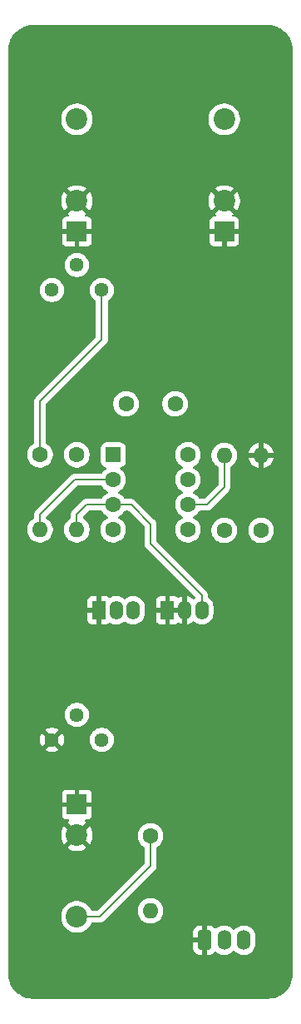
<source format=gbr>
%TF.GenerationSoftware,KiCad,Pcbnew,9.0.1*%
%TF.CreationDate,2025-05-31T19:51:22+10:00*%
%TF.ProjectId,VCA,5643412e-6b69-4636-9164-5f7063625858,rev?*%
%TF.SameCoordinates,Original*%
%TF.FileFunction,Copper,L4,Bot*%
%TF.FilePolarity,Positive*%
%FSLAX46Y46*%
G04 Gerber Fmt 4.6, Leading zero omitted, Abs format (unit mm)*
G04 Created by KiCad (PCBNEW 9.0.1) date 2025-05-31 19:51:22*
%MOMM*%
%LPD*%
G01*
G04 APERTURE LIST*
G04 Aperture macros list*
%AMRoundRect*
0 Rectangle with rounded corners*
0 $1 Rounding radius*
0 $2 $3 $4 $5 $6 $7 $8 $9 X,Y pos of 4 corners*
0 Add a 4 corners polygon primitive as box body*
4,1,4,$2,$3,$4,$5,$6,$7,$8,$9,$2,$3,0*
0 Add four circle primitives for the rounded corners*
1,1,$1+$1,$2,$3*
1,1,$1+$1,$4,$5*
1,1,$1+$1,$6,$7*
1,1,$1+$1,$8,$9*
0 Add four rect primitives between the rounded corners*
20,1,$1+$1,$2,$3,$4,$5,0*
20,1,$1+$1,$4,$5,$6,$7,0*
20,1,$1+$1,$6,$7,$8,$9,0*
20,1,$1+$1,$8,$9,$2,$3,0*%
G04 Aperture macros list end*
%TA.AperFunction,ComponentPad*%
%ADD10O,1.350000X1.900000*%
%TD*%
%TA.AperFunction,ComponentPad*%
%ADD11R,1.350000X1.900000*%
%TD*%
%TA.AperFunction,ComponentPad*%
%ADD12RoundRect,0.250000X-0.550000X-0.550000X0.550000X-0.550000X0.550000X0.550000X-0.550000X0.550000X0*%
%TD*%
%TA.AperFunction,ComponentPad*%
%ADD13C,1.600000*%
%TD*%
%TA.AperFunction,ComponentPad*%
%ADD14R,2.000000X2.000000*%
%TD*%
%TA.AperFunction,ComponentPad*%
%ADD15C,2.200000*%
%TD*%
%TA.AperFunction,ComponentPad*%
%ADD16RoundRect,0.291666X-0.408334X-0.708334X0.408334X-0.708334X0.408334X0.708334X-0.408334X0.708334X0*%
%TD*%
%TA.AperFunction,ComponentPad*%
%ADD17O,1.400000X2.000000*%
%TD*%
%TA.AperFunction,ComponentPad*%
%ADD18C,1.440000*%
%TD*%
%TA.AperFunction,ComponentPad*%
%ADD19O,1.600000X1.600000*%
%TD*%
%TA.AperFunction,Conductor*%
%ADD20C,0.200000*%
%TD*%
G04 APERTURE END LIST*
D10*
%TO.P,Q1,1,D*%
%TO.N,Net-(Q1-D)*%
X128230000Y-110000000D03*
%TO.P,Q1,2,G*%
%TO.N,Net-(Q1-G)*%
X126500000Y-110000000D03*
D11*
%TO.P,Q1,3,S*%
%TO.N,GND*%
X124730000Y-110000000D03*
%TD*%
D12*
%TO.P,U1,1,NC*%
%TO.N,unconnected-(U1-NC-Pad1)*%
X126195000Y-94190001D03*
D13*
%TO.P,U1,2,-*%
%TO.N,Net-(Q1-D)*%
X126195000Y-96730001D03*
%TO.P,U1,3,+*%
%TO.N,Net-(Q2-D)*%
X126195000Y-99270001D03*
%TO.P,U1,4,V-*%
%TO.N,VSS*%
X126195000Y-101810001D03*
%TO.P,U1,5,NC*%
%TO.N,unconnected-(U1-NC-Pad5)*%
X133815000Y-101810001D03*
%TO.P,U1,6*%
%TO.N,Net-(J3-PadT)*%
X133815000Y-99270001D03*
%TO.P,U1,7,V+*%
%TO.N,VDD*%
X133815000Y-96730001D03*
%TO.P,U1,8,NC*%
%TO.N,unconnected-(U1-NC-Pad8)*%
X133815000Y-94190001D03*
%TD*%
D14*
%TO.P,J1,G*%
%TO.N,GND*%
X122500000Y-71480000D03*
D15*
%TO.P,J1,S*%
X122500000Y-68380000D03*
%TO.P,J1,T*%
%TO.N,Net-(J1-PadT)*%
X122500000Y-60080000D03*
%TD*%
D16*
%TO.P,J4,1,Pin_1*%
%TO.N,GND*%
X135500000Y-143550000D03*
D17*
%TO.P,J4,2,Pin_2*%
%TO.N,VDD*%
X137500000Y-143550000D03*
%TO.P,J4,3,Pin_3*%
%TO.N,VSS*%
X139500000Y-143550000D03*
%TD*%
D13*
%TO.P,C1,1*%
%TO.N,VDD*%
X132500000Y-89000001D03*
%TO.P,C1,2*%
%TO.N,VSS*%
X127500000Y-89000001D03*
%TD*%
D14*
%TO.P,J2,G*%
%TO.N,GND*%
X122500000Y-129770000D03*
D15*
%TO.P,J2,S*%
X122500000Y-132870000D03*
%TO.P,J2,T*%
%TO.N,Net-(J2-PadT)*%
X122500000Y-141170000D03*
%TD*%
D18*
%TO.P,RV1,1,1*%
%TO.N,Net-(J1-PadT)*%
X125040000Y-77430000D03*
%TO.P,RV1,2,2*%
%TO.N,Net-(R2-Pad1)*%
X122500000Y-74890000D03*
%TO.P,RV1,3,3*%
%TO.N,unconnected-(RV1-Pad3)*%
X119960000Y-77430000D03*
%TD*%
D10*
%TO.P,Q2,1,D*%
%TO.N,Net-(Q2-D)*%
X135230000Y-110000001D03*
%TO.P,Q2,2,G*%
%TO.N,GND*%
X133500000Y-110000001D03*
D11*
%TO.P,Q2,3,S*%
X131730000Y-110000001D03*
%TD*%
D13*
%TO.P,R5,1*%
%TO.N,Net-(J2-PadT)*%
X130000000Y-132940000D03*
D19*
%TO.P,R5,2*%
%TO.N,Net-(R5-Pad2)*%
X130000000Y-140560000D03*
%TD*%
D13*
%TO.P,R3,1*%
%TO.N,Net-(Q1-D)*%
X137500000Y-101870000D03*
D19*
%TO.P,R3,2*%
%TO.N,Net-(J3-PadT)*%
X137500000Y-94250000D03*
%TD*%
D18*
%TO.P,RV2,1,1*%
%TO.N,Net-(R5-Pad2)*%
X125040000Y-123180000D03*
%TO.P,RV2,2,2*%
%TO.N,Net-(Q1-G)*%
X122500000Y-120640000D03*
%TO.P,RV2,3,3*%
%TO.N,GND*%
X119960000Y-123180000D03*
%TD*%
D13*
%TO.P,R2,1*%
%TO.N,Net-(R2-Pad1)*%
X122500000Y-94190000D03*
D19*
%TO.P,R2,2*%
%TO.N,Net-(Q2-D)*%
X122500000Y-101810000D03*
%TD*%
D14*
%TO.P,J3,G*%
%TO.N,GND*%
X137500000Y-71480000D03*
D15*
%TO.P,J3,S*%
X137500000Y-68380000D03*
%TO.P,J3,T*%
%TO.N,Net-(J3-PadT)*%
X137500000Y-60080000D03*
%TD*%
D13*
%TO.P,R1,1*%
%TO.N,Net-(J1-PadT)*%
X118750000Y-94190000D03*
D19*
%TO.P,R1,2*%
%TO.N,Net-(Q1-D)*%
X118750000Y-101810000D03*
%TD*%
D13*
%TO.P,R4,1*%
%TO.N,Net-(Q2-D)*%
X141250000Y-101870000D03*
D19*
%TO.P,R4,2*%
%TO.N,GND*%
X141250000Y-94250000D03*
%TD*%
D20*
%TO.N,Net-(J1-PadT)*%
X118750000Y-94190000D02*
X118750000Y-88750000D01*
X125040000Y-82460000D02*
X118750000Y-88750000D01*
X125040000Y-77430000D02*
X125040000Y-82460000D01*
%TO.N,Net-(J2-PadT)*%
X130000000Y-136000000D02*
X130000000Y-132940000D01*
X122500000Y-141169999D02*
X124830001Y-141169999D01*
X124830001Y-141169999D02*
X130000000Y-136000000D01*
X130500000Y-133169999D02*
X130500000Y-132940000D01*
%TO.N,Net-(J3-PadT)*%
X133815000Y-99270001D02*
X135729999Y-99270001D01*
X137500000Y-97500000D02*
X137500000Y-94250000D01*
X135729999Y-99270001D02*
X137500000Y-97500000D01*
%TO.N,Net-(Q1-D)*%
X122269999Y-96730001D02*
X126195000Y-96730001D01*
X118750000Y-100250000D02*
X122269999Y-96730001D01*
X118750000Y-101810000D02*
X118750000Y-100250000D01*
%TO.N,Net-(Q2-D)*%
X122500000Y-101810000D02*
X122500000Y-100250000D01*
X135230000Y-110000001D02*
X135230000Y-108480000D01*
X122500000Y-100250000D02*
X123480000Y-99270000D01*
X130000000Y-101250000D02*
X130000000Y-103250000D01*
X135230000Y-108480000D02*
X130000000Y-103250000D01*
X128020000Y-99270000D02*
X130000000Y-101250000D01*
X126195000Y-99270000D02*
X128020000Y-99270000D01*
X123480000Y-99270000D02*
X126195000Y-99270000D01*
%TD*%
%TA.AperFunction,Conductor*%
%TO.N,GND*%
G36*
X133199925Y-109769746D02*
G01*
X133150556Y-109855256D01*
X133125000Y-109950631D01*
X133125000Y-110049371D01*
X133150556Y-110144746D01*
X133199925Y-110230256D01*
X133219670Y-110250001D01*
X132010330Y-110250001D01*
X132030075Y-110230256D01*
X132079444Y-110144746D01*
X132105000Y-110049371D01*
X132105000Y-109950631D01*
X132079444Y-109855256D01*
X132030075Y-109769746D01*
X132010330Y-109750001D01*
X133219670Y-109750001D01*
X133199925Y-109769746D01*
G37*
%TD.AperFunction*%
%TA.AperFunction,Conductor*%
G36*
X142003736Y-50500726D02*
G01*
X142293796Y-50518271D01*
X142308657Y-50520075D01*
X142590798Y-50571780D01*
X142605335Y-50575363D01*
X142879172Y-50660695D01*
X142893163Y-50666000D01*
X143154743Y-50783727D01*
X143167989Y-50790680D01*
X143413465Y-50939075D01*
X143425776Y-50947573D01*
X143651573Y-51124473D01*
X143662781Y-51134403D01*
X143865596Y-51337218D01*
X143875525Y-51348425D01*
X143995481Y-51501538D01*
X144052422Y-51574217D01*
X144060928Y-51586540D01*
X144209316Y-51832004D01*
X144216275Y-51845263D01*
X144333997Y-52106831D01*
X144339306Y-52120832D01*
X144424635Y-52394663D01*
X144428219Y-52409201D01*
X144479923Y-52691340D01*
X144481728Y-52706205D01*
X144499273Y-52996261D01*
X144499499Y-53003748D01*
X144499499Y-146996249D01*
X144499273Y-147003736D01*
X144481727Y-147293794D01*
X144479922Y-147308659D01*
X144428218Y-147590797D01*
X144424634Y-147605335D01*
X144339303Y-147879174D01*
X144333993Y-147893176D01*
X144216276Y-148154730D01*
X144209318Y-148167987D01*
X144060927Y-148413458D01*
X144052421Y-148425782D01*
X143875525Y-148651573D01*
X143865595Y-148662781D01*
X143662780Y-148865595D01*
X143651572Y-148875525D01*
X143425781Y-149052422D01*
X143413458Y-149060928D01*
X143167995Y-149209315D01*
X143154736Y-149216274D01*
X142893167Y-149333996D01*
X142879166Y-149339305D01*
X142605335Y-149424634D01*
X142590797Y-149428218D01*
X142308659Y-149479922D01*
X142293794Y-149481727D01*
X142100701Y-149493407D01*
X142003711Y-149499274D01*
X141996239Y-149499500D01*
X118073502Y-149499500D01*
X118065895Y-149499499D01*
X118065892Y-149499499D01*
X118003749Y-149499499D01*
X118003748Y-149499498D01*
X117996264Y-149499273D01*
X117706205Y-149481727D01*
X117691340Y-149479922D01*
X117409202Y-149428218D01*
X117394664Y-149424634D01*
X117120825Y-149339303D01*
X117106827Y-149333994D01*
X116954096Y-149265255D01*
X116845269Y-149216276D01*
X116832012Y-149209318D01*
X116586541Y-149060927D01*
X116574219Y-149052422D01*
X116348426Y-148875525D01*
X116337218Y-148865595D01*
X116134404Y-148662780D01*
X116124474Y-148651572D01*
X115947573Y-148425775D01*
X115939075Y-148413464D01*
X115790683Y-148167994D01*
X115783725Y-148154736D01*
X115666003Y-147893167D01*
X115660694Y-147879166D01*
X115652097Y-147851578D01*
X115575364Y-147605334D01*
X115571781Y-147590797D01*
X115520077Y-147308659D01*
X115518272Y-147293794D01*
X115504487Y-147065894D01*
X115500725Y-147003712D01*
X115500500Y-146996238D01*
X115500500Y-142797202D01*
X134300000Y-142797202D01*
X134300000Y-143300000D01*
X135219670Y-143300000D01*
X135199925Y-143319745D01*
X135150556Y-143405255D01*
X135125000Y-143500630D01*
X135125000Y-143599370D01*
X135150556Y-143694745D01*
X135199925Y-143780255D01*
X135219670Y-143800000D01*
X134300001Y-143800000D01*
X134300001Y-144302798D01*
X134314963Y-144435602D01*
X134314965Y-144435612D01*
X134373887Y-144603999D01*
X134468797Y-144755050D01*
X134594949Y-144881202D01*
X134746001Y-144976112D01*
X134746000Y-144976112D01*
X134914387Y-145035034D01*
X134914397Y-145035036D01*
X135047204Y-145049999D01*
X135249999Y-145049999D01*
X135250000Y-145049998D01*
X135250000Y-143830330D01*
X135269745Y-143850075D01*
X135355255Y-143899444D01*
X135450630Y-143925000D01*
X135549370Y-143925000D01*
X135644745Y-143899444D01*
X135730255Y-143850075D01*
X135750000Y-143830330D01*
X135750000Y-145049999D01*
X135952791Y-145049999D01*
X135952798Y-145049998D01*
X136085602Y-145035036D01*
X136085612Y-145035034D01*
X136253999Y-144976112D01*
X136405050Y-144881202D01*
X136405053Y-144881199D01*
X136531564Y-144754689D01*
X136592887Y-144721204D01*
X136662579Y-144726188D01*
X136706926Y-144754689D01*
X136717927Y-144765690D01*
X136870801Y-144876760D01*
X136950347Y-144917290D01*
X137039163Y-144962545D01*
X137039165Y-144962545D01*
X137039168Y-144962547D01*
X137080917Y-144976112D01*
X137218881Y-145020940D01*
X137405514Y-145050500D01*
X137405519Y-145050500D01*
X137594486Y-145050500D01*
X137781118Y-145020940D01*
X137960832Y-144962547D01*
X138129199Y-144876760D01*
X138282073Y-144765690D01*
X138412319Y-144635444D01*
X138473642Y-144601959D01*
X138543334Y-144606943D01*
X138587681Y-144635444D01*
X138717927Y-144765690D01*
X138870801Y-144876760D01*
X138950347Y-144917290D01*
X139039163Y-144962545D01*
X139039165Y-144962545D01*
X139039168Y-144962547D01*
X139080917Y-144976112D01*
X139218881Y-145020940D01*
X139405514Y-145050500D01*
X139405519Y-145050500D01*
X139594486Y-145050500D01*
X139781118Y-145020940D01*
X139960832Y-144962547D01*
X140129199Y-144876760D01*
X140282073Y-144765690D01*
X140415690Y-144632073D01*
X140526760Y-144479199D01*
X140612547Y-144310832D01*
X140670940Y-144131118D01*
X140700500Y-143944486D01*
X140700500Y-143155513D01*
X140670940Y-142968881D01*
X140612545Y-142789163D01*
X140526759Y-142620800D01*
X140415690Y-142467927D01*
X140282073Y-142334310D01*
X140129199Y-142223240D01*
X140108413Y-142212649D01*
X139960836Y-142137454D01*
X139781118Y-142079059D01*
X139594486Y-142049500D01*
X139594481Y-142049500D01*
X139405519Y-142049500D01*
X139405514Y-142049500D01*
X139218881Y-142079059D01*
X139039163Y-142137454D01*
X138870800Y-142223240D01*
X138783579Y-142286610D01*
X138717927Y-142334310D01*
X138717925Y-142334312D01*
X138717924Y-142334312D01*
X138587681Y-142464556D01*
X138526358Y-142498041D01*
X138456666Y-142493057D01*
X138412319Y-142464556D01*
X138282075Y-142334312D01*
X138282073Y-142334310D01*
X138129199Y-142223240D01*
X138108413Y-142212649D01*
X137960836Y-142137454D01*
X137781118Y-142079059D01*
X137594486Y-142049500D01*
X137594481Y-142049500D01*
X137405519Y-142049500D01*
X137405514Y-142049500D01*
X137218881Y-142079059D01*
X137039163Y-142137454D01*
X136870800Y-142223240D01*
X136783579Y-142286610D01*
X136717927Y-142334310D01*
X136717925Y-142334312D01*
X136717922Y-142334314D01*
X136706923Y-142345313D01*
X136645599Y-142378796D01*
X136575907Y-142373809D01*
X136531564Y-142345311D01*
X136405049Y-142218797D01*
X136405050Y-142218797D01*
X136253998Y-142123887D01*
X136253999Y-142123887D01*
X136085612Y-142064965D01*
X136085602Y-142064963D01*
X135952797Y-142050000D01*
X135750000Y-142050000D01*
X135750000Y-143269670D01*
X135730255Y-143249925D01*
X135644745Y-143200556D01*
X135549370Y-143175000D01*
X135450630Y-143175000D01*
X135355255Y-143200556D01*
X135269745Y-143249925D01*
X135250000Y-143269670D01*
X135250000Y-142050000D01*
X135047207Y-142050000D01*
X135047201Y-142050001D01*
X134914397Y-142064963D01*
X134914387Y-142064965D01*
X134746000Y-142123887D01*
X134594949Y-142218797D01*
X134468797Y-142344949D01*
X134373887Y-142496000D01*
X134314965Y-142664387D01*
X134314963Y-142664397D01*
X134300000Y-142797202D01*
X115500500Y-142797202D01*
X115500500Y-141044038D01*
X120899500Y-141044038D01*
X120899500Y-141295961D01*
X120938910Y-141544785D01*
X121016760Y-141784383D01*
X121131132Y-142008848D01*
X121279201Y-142212649D01*
X121279205Y-142212654D01*
X121457345Y-142390794D01*
X121457350Y-142390798D01*
X121635117Y-142519952D01*
X121661155Y-142538870D01*
X121804184Y-142611747D01*
X121885616Y-142653239D01*
X121885618Y-142653239D01*
X121885621Y-142653241D01*
X122125215Y-142731090D01*
X122374038Y-142770500D01*
X122374039Y-142770500D01*
X122625961Y-142770500D01*
X122625962Y-142770500D01*
X122874785Y-142731090D01*
X123114379Y-142653241D01*
X123338845Y-142538870D01*
X123542656Y-142390793D01*
X123720793Y-142212656D01*
X123868870Y-142008845D01*
X123955816Y-141838204D01*
X124003791Y-141787408D01*
X124066301Y-141770499D01*
X124743332Y-141770499D01*
X124743348Y-141770500D01*
X124750944Y-141770500D01*
X124909055Y-141770500D01*
X124909058Y-141770500D01*
X125061786Y-141729576D01*
X125111905Y-141700638D01*
X125198717Y-141650519D01*
X125310521Y-141538715D01*
X125310521Y-141538713D01*
X125320729Y-141528506D01*
X125320730Y-141528503D01*
X126391586Y-140457648D01*
X128699500Y-140457648D01*
X128699500Y-140662351D01*
X128731522Y-140864534D01*
X128794781Y-141059223D01*
X128887715Y-141241613D01*
X129008028Y-141407213D01*
X129152786Y-141551971D01*
X129307749Y-141664556D01*
X129318390Y-141672287D01*
X129430824Y-141729575D01*
X129500776Y-141765218D01*
X129500778Y-141765218D01*
X129500781Y-141765220D01*
X129559759Y-141784383D01*
X129695465Y-141828477D01*
X129796557Y-141844488D01*
X129897648Y-141860500D01*
X129897649Y-141860500D01*
X130102351Y-141860500D01*
X130102352Y-141860500D01*
X130304534Y-141828477D01*
X130499219Y-141765220D01*
X130681610Y-141672287D01*
X130774590Y-141604732D01*
X130847213Y-141551971D01*
X130847215Y-141551968D01*
X130847219Y-141551966D01*
X130991966Y-141407219D01*
X130991968Y-141407215D01*
X130991971Y-141407213D01*
X131072799Y-141295961D01*
X131112287Y-141241610D01*
X131205220Y-141059219D01*
X131268477Y-140864534D01*
X131300500Y-140662352D01*
X131300500Y-140457648D01*
X131268477Y-140255466D01*
X131205220Y-140060781D01*
X131205218Y-140060778D01*
X131205218Y-140060776D01*
X131148367Y-139949201D01*
X131112287Y-139878390D01*
X131104556Y-139867749D01*
X130991971Y-139712786D01*
X130847213Y-139568028D01*
X130681613Y-139447715D01*
X130681612Y-139447714D01*
X130681610Y-139447713D01*
X130624653Y-139418691D01*
X130499223Y-139354781D01*
X130304534Y-139291522D01*
X130129995Y-139263878D01*
X130102352Y-139259500D01*
X129897648Y-139259500D01*
X129873329Y-139263351D01*
X129695465Y-139291522D01*
X129500776Y-139354781D01*
X129318386Y-139447715D01*
X129152786Y-139568028D01*
X129008028Y-139712786D01*
X128887715Y-139878386D01*
X128794781Y-140060776D01*
X128731522Y-140255465D01*
X128699500Y-140457648D01*
X126391586Y-140457648D01*
X130480520Y-136368716D01*
X130559577Y-136231784D01*
X130600501Y-136079057D01*
X130600501Y-135920942D01*
X130600501Y-135913347D01*
X130600500Y-135913329D01*
X130600500Y-134169601D01*
X130620185Y-134102562D01*
X130668206Y-134059116D01*
X130681610Y-134052287D01*
X130847219Y-133931966D01*
X130991966Y-133787219D01*
X130991968Y-133787215D01*
X130991971Y-133787213D01*
X131049104Y-133708575D01*
X131112287Y-133621610D01*
X131205220Y-133439219D01*
X131268477Y-133244534D01*
X131300500Y-133042352D01*
X131300500Y-132837648D01*
X131268477Y-132635466D01*
X131205220Y-132440781D01*
X131205218Y-132440778D01*
X131205218Y-132440776D01*
X131171503Y-132374607D01*
X131112287Y-132258390D01*
X131104556Y-132247749D01*
X130991971Y-132092786D01*
X130847213Y-131948028D01*
X130681613Y-131827715D01*
X130681612Y-131827714D01*
X130681610Y-131827713D01*
X130624653Y-131798691D01*
X130499223Y-131734781D01*
X130304534Y-131671522D01*
X130129995Y-131643878D01*
X130102352Y-131639500D01*
X129897648Y-131639500D01*
X129873329Y-131643351D01*
X129695465Y-131671522D01*
X129500776Y-131734781D01*
X129318386Y-131827715D01*
X129152786Y-131948028D01*
X129008028Y-132092786D01*
X128887715Y-132258386D01*
X128794781Y-132440776D01*
X128731522Y-132635465D01*
X128699500Y-132837648D01*
X128699500Y-133042351D01*
X128731522Y-133244534D01*
X128794781Y-133439223D01*
X128887715Y-133621613D01*
X129008028Y-133787213D01*
X129008034Y-133787219D01*
X129152781Y-133931966D01*
X129318390Y-134052287D01*
X129331793Y-134059116D01*
X129382589Y-134107088D01*
X129399500Y-134169601D01*
X129399500Y-135699902D01*
X129379815Y-135766941D01*
X129363181Y-135787583D01*
X124617585Y-140533180D01*
X124556262Y-140566665D01*
X124529904Y-140569499D01*
X124066300Y-140569499D01*
X123999261Y-140549814D01*
X123955815Y-140501794D01*
X123886163Y-140365095D01*
X123868870Y-140331155D01*
X123813878Y-140255465D01*
X123720798Y-140127350D01*
X123720794Y-140127345D01*
X123542654Y-139949205D01*
X123542649Y-139949201D01*
X123338848Y-139801132D01*
X123338847Y-139801131D01*
X123338845Y-139801130D01*
X123268747Y-139765413D01*
X123114383Y-139686760D01*
X122874785Y-139608910D01*
X122625962Y-139569500D01*
X122374038Y-139569500D01*
X122249626Y-139589205D01*
X122125214Y-139608910D01*
X121885616Y-139686760D01*
X121661151Y-139801132D01*
X121457350Y-139949201D01*
X121457345Y-139949205D01*
X121279205Y-140127345D01*
X121279201Y-140127350D01*
X121131132Y-140331151D01*
X121016760Y-140555616D01*
X120938910Y-140795214D01*
X120899500Y-141044038D01*
X115500500Y-141044038D01*
X115500500Y-132744071D01*
X120900000Y-132744071D01*
X120900000Y-132995928D01*
X120939397Y-133244669D01*
X121017219Y-133484184D01*
X121131557Y-133708583D01*
X121205748Y-133810697D01*
X121205748Y-133810698D01*
X121935387Y-133081059D01*
X121940889Y-133101591D01*
X122019881Y-133238408D01*
X122131592Y-133350119D01*
X122268409Y-133429111D01*
X122288940Y-133434612D01*
X121559300Y-134164250D01*
X121661416Y-134238442D01*
X121885815Y-134352780D01*
X122125330Y-134430602D01*
X122374072Y-134470000D01*
X122625928Y-134470000D01*
X122874669Y-134430602D01*
X123114184Y-134352780D01*
X123338575Y-134238446D01*
X123338581Y-134238442D01*
X123440697Y-134164250D01*
X123440698Y-134164250D01*
X122711059Y-133434612D01*
X122731591Y-133429111D01*
X122868408Y-133350119D01*
X122980119Y-133238408D01*
X123059111Y-133101591D01*
X123064612Y-133081060D01*
X123794250Y-133810698D01*
X123794250Y-133810697D01*
X123868442Y-133708581D01*
X123868446Y-133708575D01*
X123982780Y-133484184D01*
X124060602Y-133244669D01*
X124100000Y-132995928D01*
X124100000Y-132744071D01*
X124060602Y-132495330D01*
X123982780Y-132255815D01*
X123868442Y-132031416D01*
X123794250Y-131929301D01*
X123794250Y-131929300D01*
X123064612Y-132658939D01*
X123059111Y-132638409D01*
X122980119Y-132501592D01*
X122868408Y-132389881D01*
X122731591Y-132310889D01*
X122711058Y-132305387D01*
X123440698Y-131575748D01*
X123338584Y-131501558D01*
X123335601Y-131499730D01*
X123334704Y-131498739D01*
X123334641Y-131498693D01*
X123334650Y-131498679D01*
X123288724Y-131447920D01*
X123277299Y-131378991D01*
X123304953Y-131314827D01*
X123362907Y-131275800D01*
X123400387Y-131270000D01*
X123547828Y-131270000D01*
X123547844Y-131269999D01*
X123607372Y-131263598D01*
X123607379Y-131263596D01*
X123742086Y-131213354D01*
X123742093Y-131213350D01*
X123857187Y-131127190D01*
X123857190Y-131127187D01*
X123943350Y-131012093D01*
X123943354Y-131012086D01*
X123993596Y-130877379D01*
X123993598Y-130877372D01*
X123999999Y-130817844D01*
X124000000Y-130817827D01*
X124000000Y-130020000D01*
X123048482Y-130020000D01*
X123059111Y-130001591D01*
X123100000Y-129848991D01*
X123100000Y-129691009D01*
X123059111Y-129538409D01*
X123048482Y-129520000D01*
X124000000Y-129520000D01*
X124000000Y-128722172D01*
X123999999Y-128722155D01*
X123993598Y-128662627D01*
X123993596Y-128662620D01*
X123943354Y-128527913D01*
X123943350Y-128527906D01*
X123857190Y-128412812D01*
X123857187Y-128412809D01*
X123742093Y-128326649D01*
X123742086Y-128326645D01*
X123607379Y-128276403D01*
X123607372Y-128276401D01*
X123547844Y-128270000D01*
X122750000Y-128270000D01*
X122750000Y-129221517D01*
X122731591Y-129210889D01*
X122578991Y-129170000D01*
X122421009Y-129170000D01*
X122268409Y-129210889D01*
X122250000Y-129221517D01*
X122250000Y-128270000D01*
X121452155Y-128270000D01*
X121392627Y-128276401D01*
X121392620Y-128276403D01*
X121257913Y-128326645D01*
X121257906Y-128326649D01*
X121142812Y-128412809D01*
X121142809Y-128412812D01*
X121056649Y-128527906D01*
X121056645Y-128527913D01*
X121006403Y-128662620D01*
X121006401Y-128662627D01*
X121000000Y-128722155D01*
X121000000Y-129520000D01*
X121951518Y-129520000D01*
X121940889Y-129538409D01*
X121900000Y-129691009D01*
X121900000Y-129848991D01*
X121940889Y-130001591D01*
X121951518Y-130020000D01*
X121000000Y-130020000D01*
X121000000Y-130817844D01*
X121006401Y-130877372D01*
X121006403Y-130877379D01*
X121056645Y-131012086D01*
X121056649Y-131012093D01*
X121142809Y-131127187D01*
X121142812Y-131127190D01*
X121257906Y-131213350D01*
X121257913Y-131213354D01*
X121392620Y-131263596D01*
X121392627Y-131263598D01*
X121452155Y-131269999D01*
X121452172Y-131270000D01*
X121599613Y-131270000D01*
X121666652Y-131289685D01*
X121712407Y-131342489D01*
X121722351Y-131411647D01*
X121693326Y-131475203D01*
X121664399Y-131499730D01*
X121661408Y-131501562D01*
X121559301Y-131575747D01*
X121559300Y-131575748D01*
X122288940Y-132305387D01*
X122268409Y-132310889D01*
X122131592Y-132389881D01*
X122019881Y-132501592D01*
X121940889Y-132638409D01*
X121935387Y-132658940D01*
X121205748Y-131929300D01*
X121205747Y-131929301D01*
X121131559Y-132031413D01*
X121017219Y-132255815D01*
X120939397Y-132495330D01*
X120900000Y-132744071D01*
X115500500Y-132744071D01*
X115500500Y-123083984D01*
X118740000Y-123083984D01*
X118740000Y-123276015D01*
X118770040Y-123465684D01*
X118829383Y-123648321D01*
X118916561Y-123819415D01*
X118937798Y-123848646D01*
X119560000Y-123226445D01*
X119560000Y-123232661D01*
X119587259Y-123334394D01*
X119639920Y-123425606D01*
X119714394Y-123500080D01*
X119805606Y-123552741D01*
X119907339Y-123580000D01*
X119913554Y-123580000D01*
X119291351Y-124202200D01*
X119291352Y-124202201D01*
X119320577Y-124223434D01*
X119491678Y-124310616D01*
X119674315Y-124369959D01*
X119863985Y-124400000D01*
X120056015Y-124400000D01*
X120245684Y-124369959D01*
X120428321Y-124310616D01*
X120599419Y-124223436D01*
X120628646Y-124202201D01*
X120628646Y-124202200D01*
X120006447Y-123580000D01*
X120012661Y-123580000D01*
X120114394Y-123552741D01*
X120205606Y-123500080D01*
X120280080Y-123425606D01*
X120332741Y-123334394D01*
X120360000Y-123232661D01*
X120360000Y-123226446D01*
X120982200Y-123848646D01*
X120982201Y-123848646D01*
X121003436Y-123819419D01*
X121090616Y-123648321D01*
X121149959Y-123465684D01*
X121180000Y-123276015D01*
X121180000Y-123083984D01*
X121179994Y-123083945D01*
X123819500Y-123083945D01*
X123819500Y-123276054D01*
X123849553Y-123465802D01*
X123908916Y-123648506D01*
X123908918Y-123648509D01*
X123996135Y-123819681D01*
X124109055Y-123975102D01*
X124244898Y-124110945D01*
X124400319Y-124223865D01*
X124570576Y-124310616D01*
X124571493Y-124311083D01*
X124662845Y-124340764D01*
X124754199Y-124370447D01*
X124943945Y-124400500D01*
X124943946Y-124400500D01*
X125136054Y-124400500D01*
X125136055Y-124400500D01*
X125325801Y-124370447D01*
X125508509Y-124311082D01*
X125679681Y-124223865D01*
X125835102Y-124110945D01*
X125970945Y-123975102D01*
X126083865Y-123819681D01*
X126171082Y-123648509D01*
X126230447Y-123465801D01*
X126260500Y-123276055D01*
X126260500Y-123083945D01*
X126230447Y-122894199D01*
X126171082Y-122711491D01*
X126083865Y-122540319D01*
X125970945Y-122384898D01*
X125835102Y-122249055D01*
X125679681Y-122136135D01*
X125508506Y-122048916D01*
X125325802Y-121989553D01*
X125230928Y-121974526D01*
X125136055Y-121959500D01*
X124943945Y-121959500D01*
X124880696Y-121969517D01*
X124754197Y-121989553D01*
X124571493Y-122048916D01*
X124400318Y-122136135D01*
X124370502Y-122157798D01*
X124244898Y-122249055D01*
X124244896Y-122249057D01*
X124244895Y-122249057D01*
X124109057Y-122384895D01*
X124109057Y-122384896D01*
X124109055Y-122384898D01*
X124060560Y-122451645D01*
X123996135Y-122540318D01*
X123908916Y-122711493D01*
X123849553Y-122894197D01*
X123819500Y-123083945D01*
X121179994Y-123083945D01*
X121149959Y-122894315D01*
X121090616Y-122711678D01*
X121003434Y-122540577D01*
X120982201Y-122511352D01*
X120982200Y-122511351D01*
X120360000Y-123133552D01*
X120360000Y-123127339D01*
X120332741Y-123025606D01*
X120280080Y-122934394D01*
X120205606Y-122859920D01*
X120114394Y-122807259D01*
X120012661Y-122780000D01*
X120006447Y-122780000D01*
X120628646Y-122157798D01*
X120599415Y-122136561D01*
X120428321Y-122049383D01*
X120245684Y-121990040D01*
X120056015Y-121960000D01*
X119863985Y-121960000D01*
X119674315Y-121990040D01*
X119491678Y-122049383D01*
X119320578Y-122136564D01*
X119291352Y-122157798D01*
X119291351Y-122157798D01*
X119913554Y-122780000D01*
X119907339Y-122780000D01*
X119805606Y-122807259D01*
X119714394Y-122859920D01*
X119639920Y-122934394D01*
X119587259Y-123025606D01*
X119560000Y-123127339D01*
X119560000Y-123133553D01*
X118937798Y-122511351D01*
X118937798Y-122511352D01*
X118916564Y-122540578D01*
X118829383Y-122711678D01*
X118770040Y-122894315D01*
X118740000Y-123083984D01*
X115500500Y-123083984D01*
X115500500Y-120543945D01*
X121279500Y-120543945D01*
X121279500Y-120736054D01*
X121309553Y-120925802D01*
X121368916Y-121108506D01*
X121368918Y-121108509D01*
X121456135Y-121279681D01*
X121569055Y-121435102D01*
X121704898Y-121570945D01*
X121860319Y-121683865D01*
X122031491Y-121771082D01*
X122031493Y-121771083D01*
X122122845Y-121800764D01*
X122214199Y-121830447D01*
X122403945Y-121860500D01*
X122403946Y-121860500D01*
X122596054Y-121860500D01*
X122596055Y-121860500D01*
X122785801Y-121830447D01*
X122968509Y-121771082D01*
X123139681Y-121683865D01*
X123295102Y-121570945D01*
X123430945Y-121435102D01*
X123543865Y-121279681D01*
X123631082Y-121108509D01*
X123690447Y-120925801D01*
X123720500Y-120736055D01*
X123720500Y-120543945D01*
X123690447Y-120354199D01*
X123631082Y-120171491D01*
X123543865Y-120000319D01*
X123430945Y-119844898D01*
X123295102Y-119709055D01*
X123139681Y-119596135D01*
X122968506Y-119508916D01*
X122785802Y-119449553D01*
X122690928Y-119434526D01*
X122596055Y-119419500D01*
X122403945Y-119419500D01*
X122340696Y-119429517D01*
X122214197Y-119449553D01*
X122031493Y-119508916D01*
X121860318Y-119596135D01*
X121771645Y-119660560D01*
X121704898Y-119709055D01*
X121704896Y-119709057D01*
X121704895Y-119709057D01*
X121569057Y-119844895D01*
X121569057Y-119844896D01*
X121569055Y-119844898D01*
X121520560Y-119911645D01*
X121456135Y-120000318D01*
X121368916Y-120171493D01*
X121309553Y-120354197D01*
X121279500Y-120543945D01*
X115500500Y-120543945D01*
X115500500Y-109002155D01*
X123555000Y-109002155D01*
X123555000Y-109750000D01*
X124449670Y-109750000D01*
X124429925Y-109769745D01*
X124380556Y-109855255D01*
X124355000Y-109950630D01*
X124355000Y-110049370D01*
X124380556Y-110144745D01*
X124429925Y-110230255D01*
X124449670Y-110250000D01*
X123555000Y-110250000D01*
X123555000Y-110997844D01*
X123561401Y-111057372D01*
X123561403Y-111057379D01*
X123611645Y-111192086D01*
X123611649Y-111192093D01*
X123697809Y-111307187D01*
X123697812Y-111307190D01*
X123812906Y-111393350D01*
X123812913Y-111393354D01*
X123947620Y-111443596D01*
X123947627Y-111443598D01*
X124007155Y-111449999D01*
X124007172Y-111450000D01*
X124480000Y-111450000D01*
X124480000Y-110280330D01*
X124499745Y-110300075D01*
X124585255Y-110349444D01*
X124680630Y-110375000D01*
X124779370Y-110375000D01*
X124874745Y-110349444D01*
X124960255Y-110300075D01*
X124980000Y-110280330D01*
X124980000Y-111450000D01*
X125452828Y-111450000D01*
X125452844Y-111449999D01*
X125512372Y-111443598D01*
X125512379Y-111443596D01*
X125647086Y-111393354D01*
X125647088Y-111393352D01*
X125769289Y-111301874D01*
X125771229Y-111304465D01*
X125818610Y-111278572D01*
X125888303Y-111283532D01*
X125901294Y-111289239D01*
X126047856Y-111363916D01*
X126048765Y-111364379D01*
X126048767Y-111364380D01*
X126136750Y-111392967D01*
X126224736Y-111421555D01*
X126407486Y-111450500D01*
X126407487Y-111450500D01*
X126592513Y-111450500D01*
X126592514Y-111450500D01*
X126775264Y-111421555D01*
X126951235Y-111364379D01*
X127116096Y-111280378D01*
X127265787Y-111171621D01*
X127277319Y-111160089D01*
X127338642Y-111126604D01*
X127408334Y-111131588D01*
X127452681Y-111160089D01*
X127464213Y-111171621D01*
X127613904Y-111280378D01*
X127694763Y-111321577D01*
X127778764Y-111364379D01*
X127778767Y-111364380D01*
X127866750Y-111392967D01*
X127954736Y-111421555D01*
X128137486Y-111450500D01*
X128137487Y-111450500D01*
X128322513Y-111450500D01*
X128322514Y-111450500D01*
X128505264Y-111421555D01*
X128681235Y-111364379D01*
X128846096Y-111280378D01*
X128995787Y-111171621D01*
X129126621Y-111040787D01*
X129235378Y-110891096D01*
X129319379Y-110726235D01*
X129376555Y-110550264D01*
X129405500Y-110367514D01*
X129405500Y-109632486D01*
X129376555Y-109449736D01*
X129319379Y-109273766D01*
X129319379Y-109273764D01*
X129276577Y-109189763D01*
X129235378Y-109108904D01*
X129126621Y-108959213D01*
X128995787Y-108828379D01*
X128846096Y-108719622D01*
X128803908Y-108698126D01*
X128681235Y-108635620D01*
X128681232Y-108635619D01*
X128505265Y-108578445D01*
X128382854Y-108559057D01*
X128322514Y-108549500D01*
X128137486Y-108549500D01*
X128077146Y-108559057D01*
X127954734Y-108578445D01*
X127778767Y-108635619D01*
X127778764Y-108635620D01*
X127613903Y-108719622D01*
X127541162Y-108772472D01*
X127464213Y-108828379D01*
X127464211Y-108828381D01*
X127464210Y-108828381D01*
X127452681Y-108839911D01*
X127391358Y-108873396D01*
X127321666Y-108868412D01*
X127277319Y-108839911D01*
X127265789Y-108828381D01*
X127265788Y-108828380D01*
X127265787Y-108828379D01*
X127116096Y-108719622D01*
X127073908Y-108698126D01*
X126951235Y-108635620D01*
X126951232Y-108635619D01*
X126775265Y-108578445D01*
X126652854Y-108559057D01*
X126592514Y-108549500D01*
X126407486Y-108549500D01*
X126347146Y-108559057D01*
X126224734Y-108578445D01*
X126048767Y-108635619D01*
X126048764Y-108635620D01*
X125901306Y-108710755D01*
X125832637Y-108723651D01*
X125769395Y-108697983D01*
X125769289Y-108698126D01*
X125768747Y-108697720D01*
X125767896Y-108697375D01*
X125765859Y-108695559D01*
X125647088Y-108606647D01*
X125647086Y-108606645D01*
X125512379Y-108556403D01*
X125512372Y-108556401D01*
X125452844Y-108550000D01*
X124980000Y-108550000D01*
X124980000Y-109719670D01*
X124960255Y-109699925D01*
X124874745Y-109650556D01*
X124779370Y-109625000D01*
X124680630Y-109625000D01*
X124585255Y-109650556D01*
X124499745Y-109699925D01*
X124480000Y-109719670D01*
X124480000Y-108550000D01*
X124007155Y-108550000D01*
X123947627Y-108556401D01*
X123947620Y-108556403D01*
X123812913Y-108606645D01*
X123812906Y-108606649D01*
X123697812Y-108692809D01*
X123697809Y-108692812D01*
X123611649Y-108807906D01*
X123611645Y-108807913D01*
X123561403Y-108942620D01*
X123561401Y-108942627D01*
X123555000Y-109002155D01*
X115500500Y-109002155D01*
X115500500Y-101707648D01*
X117449500Y-101707648D01*
X117449500Y-101912351D01*
X117481522Y-102114534D01*
X117544781Y-102309223D01*
X117637715Y-102491613D01*
X117758028Y-102657213D01*
X117902786Y-102801971D01*
X117985371Y-102861971D01*
X118068390Y-102922287D01*
X118174320Y-102976261D01*
X118250776Y-103015218D01*
X118250778Y-103015218D01*
X118250781Y-103015220D01*
X118355137Y-103049127D01*
X118445465Y-103078477D01*
X118546557Y-103094488D01*
X118647648Y-103110500D01*
X118647649Y-103110500D01*
X118852351Y-103110500D01*
X118852352Y-103110500D01*
X119054534Y-103078477D01*
X119249219Y-103015220D01*
X119431610Y-102922287D01*
X119524590Y-102854732D01*
X119597213Y-102801971D01*
X119597215Y-102801968D01*
X119597219Y-102801966D01*
X119741966Y-102657219D01*
X119741970Y-102657214D01*
X119741971Y-102657213D01*
X119794732Y-102584590D01*
X119862287Y-102491610D01*
X119955220Y-102309219D01*
X120018477Y-102114534D01*
X120050500Y-101912352D01*
X120050500Y-101707648D01*
X120018477Y-101505466D01*
X119955220Y-101310781D01*
X119955218Y-101310777D01*
X119955218Y-101310776D01*
X119921503Y-101244607D01*
X119862287Y-101128390D01*
X119854556Y-101117749D01*
X119741971Y-100962786D01*
X119597213Y-100818028D01*
X119431610Y-100697712D01*
X119418200Y-100690879D01*
X119407138Y-100680431D01*
X119393297Y-100674110D01*
X119382255Y-100656928D01*
X119367406Y-100642903D01*
X119363165Y-100627223D01*
X119355523Y-100615332D01*
X119350500Y-100580397D01*
X119350500Y-100550097D01*
X119370185Y-100483058D01*
X119386819Y-100462416D01*
X122482415Y-97366820D01*
X122543738Y-97333335D01*
X122570096Y-97330501D01*
X124965398Y-97330501D01*
X125032437Y-97350186D01*
X125075883Y-97398206D01*
X125082715Y-97411615D01*
X125203028Y-97577214D01*
X125347786Y-97721972D01*
X125502749Y-97834557D01*
X125513390Y-97842288D01*
X125604840Y-97888884D01*
X125606080Y-97889516D01*
X125656876Y-97937491D01*
X125673671Y-98005312D01*
X125651134Y-98071447D01*
X125606080Y-98110486D01*
X125513386Y-98157716D01*
X125347786Y-98278029D01*
X125203028Y-98422787D01*
X125082714Y-98588387D01*
X125075882Y-98601797D01*
X125027906Y-98652592D01*
X124965398Y-98669500D01*
X123559057Y-98669500D01*
X123400942Y-98669500D01*
X123248215Y-98710423D01*
X123248214Y-98710423D01*
X123248212Y-98710424D01*
X123248209Y-98710425D01*
X123198096Y-98739359D01*
X123198095Y-98739360D01*
X123154689Y-98764420D01*
X123111285Y-98789479D01*
X123111282Y-98789481D01*
X122019481Y-99881282D01*
X122019480Y-99881284D01*
X121978877Y-99951611D01*
X121940423Y-100018215D01*
X121899499Y-100170943D01*
X121899499Y-100170945D01*
X121899499Y-100339046D01*
X121899500Y-100339059D01*
X121899500Y-100580397D01*
X121879815Y-100647436D01*
X121831800Y-100690879D01*
X121818389Y-100697712D01*
X121652786Y-100818028D01*
X121652782Y-100818032D01*
X121508035Y-100962780D01*
X121508028Y-100962786D01*
X121387715Y-101128386D01*
X121294781Y-101310776D01*
X121231522Y-101505465D01*
X121199500Y-101707648D01*
X121199500Y-101912351D01*
X121231522Y-102114534D01*
X121294781Y-102309223D01*
X121387715Y-102491613D01*
X121508028Y-102657213D01*
X121652786Y-102801971D01*
X121735371Y-102861971D01*
X121818390Y-102922287D01*
X121924320Y-102976261D01*
X122000776Y-103015218D01*
X122000778Y-103015218D01*
X122000781Y-103015220D01*
X122105137Y-103049127D01*
X122195465Y-103078477D01*
X122296557Y-103094488D01*
X122397648Y-103110500D01*
X122397649Y-103110500D01*
X122602351Y-103110500D01*
X122602352Y-103110500D01*
X122804534Y-103078477D01*
X122999219Y-103015220D01*
X123181610Y-102922287D01*
X123274590Y-102854732D01*
X123347213Y-102801971D01*
X123347215Y-102801968D01*
X123347219Y-102801966D01*
X123491966Y-102657219D01*
X123491970Y-102657214D01*
X123491971Y-102657213D01*
X123544732Y-102584590D01*
X123612287Y-102491610D01*
X123705220Y-102309219D01*
X123768477Y-102114534D01*
X123800500Y-101912352D01*
X123800500Y-101707648D01*
X123768477Y-101505466D01*
X123705220Y-101310781D01*
X123705218Y-101310777D01*
X123705218Y-101310776D01*
X123671503Y-101244607D01*
X123612287Y-101128390D01*
X123604556Y-101117749D01*
X123491971Y-100962786D01*
X123347213Y-100818028D01*
X123181610Y-100697712D01*
X123168200Y-100690879D01*
X123157138Y-100680431D01*
X123143297Y-100674110D01*
X123132255Y-100656928D01*
X123117406Y-100642903D01*
X123113165Y-100627223D01*
X123105523Y-100615332D01*
X123100500Y-100580397D01*
X123100500Y-100550097D01*
X123120185Y-100483058D01*
X123136819Y-100462416D01*
X123692416Y-99906819D01*
X123753739Y-99873334D01*
X123780097Y-99870500D01*
X124965397Y-99870500D01*
X125032436Y-99890185D01*
X125075881Y-99938203D01*
X125082714Y-99951614D01*
X125203028Y-100117214D01*
X125347786Y-100261972D01*
X125502749Y-100374557D01*
X125513390Y-100382288D01*
X125604840Y-100428884D01*
X125606080Y-100429516D01*
X125656876Y-100477491D01*
X125673671Y-100545312D01*
X125651134Y-100611447D01*
X125606080Y-100650486D01*
X125513386Y-100697716D01*
X125347786Y-100818029D01*
X125347782Y-100818033D01*
X125203034Y-100962782D01*
X125203028Y-100962787D01*
X125082715Y-101128387D01*
X124989781Y-101310777D01*
X124926522Y-101505466D01*
X124894500Y-101707649D01*
X124894500Y-101912352D01*
X124926522Y-102114535D01*
X124989781Y-102309224D01*
X125020351Y-102369219D01*
X125082712Y-102491610D01*
X125082715Y-102491614D01*
X125203028Y-102657214D01*
X125347786Y-102801972D01*
X125502749Y-102914557D01*
X125513390Y-102922288D01*
X125619318Y-102976261D01*
X125695776Y-103015219D01*
X125695778Y-103015219D01*
X125695781Y-103015221D01*
X125800137Y-103049128D01*
X125890465Y-103078478D01*
X125991557Y-103094489D01*
X126092648Y-103110501D01*
X126092649Y-103110501D01*
X126297351Y-103110501D01*
X126297352Y-103110501D01*
X126499534Y-103078478D01*
X126694219Y-103015221D01*
X126876610Y-102922288D01*
X126969590Y-102854733D01*
X127042213Y-102801972D01*
X127042215Y-102801969D01*
X127042219Y-102801967D01*
X127186966Y-102657220D01*
X127186968Y-102657216D01*
X127186971Y-102657214D01*
X127263693Y-102551613D01*
X127307287Y-102491611D01*
X127400220Y-102309220D01*
X127463477Y-102114535D01*
X127495500Y-101912353D01*
X127495500Y-101707649D01*
X127463477Y-101505467D01*
X127463476Y-101505465D01*
X127419713Y-101370776D01*
X127400220Y-101310782D01*
X127400218Y-101310779D01*
X127400218Y-101310777D01*
X127328968Y-101170943D01*
X127307287Y-101128391D01*
X127299556Y-101117750D01*
X127186971Y-100962787D01*
X127042213Y-100818029D01*
X126876614Y-100697716D01*
X126842690Y-100680431D01*
X126783917Y-100650484D01*
X126733123Y-100602512D01*
X126716328Y-100534691D01*
X126738865Y-100468556D01*
X126783917Y-100429517D01*
X126876610Y-100382288D01*
X126949877Y-100329057D01*
X127042213Y-100261972D01*
X127042215Y-100261969D01*
X127042219Y-100261967D01*
X127186966Y-100117220D01*
X127186968Y-100117216D01*
X127186971Y-100117214D01*
X127307285Y-99951614D01*
X127307288Y-99951610D01*
X127314119Y-99938203D01*
X127362095Y-99887408D01*
X127424603Y-99870500D01*
X127719903Y-99870500D01*
X127786942Y-99890185D01*
X127807584Y-99906819D01*
X129363181Y-101462416D01*
X129396666Y-101523739D01*
X129399500Y-101550097D01*
X129399500Y-103163330D01*
X129399499Y-103163348D01*
X129399499Y-103329054D01*
X129399498Y-103329054D01*
X129440423Y-103481785D01*
X129469358Y-103531900D01*
X129469359Y-103531904D01*
X129469360Y-103531904D01*
X129519479Y-103618714D01*
X129519481Y-103618717D01*
X129638349Y-103737585D01*
X129638355Y-103737590D01*
X134514998Y-108614233D01*
X134522453Y-108627887D01*
X134533858Y-108638471D01*
X134538856Y-108657927D01*
X134548483Y-108675556D01*
X134547373Y-108691073D01*
X134551245Y-108706143D01*
X134544931Y-108725212D01*
X134543499Y-108745248D01*
X134533871Y-108758621D01*
X134529286Y-108772472D01*
X134508836Y-108793397D01*
X134505277Y-108798342D01*
X134502796Y-108800347D01*
X134464213Y-108828380D01*
X134447706Y-108844886D01*
X134442605Y-108849011D01*
X134416146Y-108860019D01*
X134390995Y-108873751D01*
X134384295Y-108873271D01*
X134378096Y-108875851D01*
X134349889Y-108870808D01*
X134321304Y-108868762D01*
X134314699Y-108864517D01*
X134309317Y-108863555D01*
X134300565Y-108855433D01*
X134276964Y-108840264D01*
X134265459Y-108828759D01*
X134265454Y-108828755D01*
X134115837Y-108720053D01*
X133951043Y-108636085D01*
X133951037Y-108636083D01*
X133775144Y-108578933D01*
X133750000Y-108574951D01*
X133750000Y-109719671D01*
X133730255Y-109699926D01*
X133644745Y-109650557D01*
X133549370Y-109625001D01*
X133450630Y-109625001D01*
X133355255Y-109650557D01*
X133269745Y-109699926D01*
X133250000Y-109719671D01*
X133250000Y-108574951D01*
X133249999Y-108574951D01*
X133224855Y-108578933D01*
X133048962Y-108636083D01*
X133048951Y-108636088D01*
X132901676Y-108711128D01*
X132833007Y-108724024D01*
X132768267Y-108697747D01*
X132765576Y-108695347D01*
X132647093Y-108606650D01*
X132647086Y-108606646D01*
X132512379Y-108556404D01*
X132512372Y-108556402D01*
X132452844Y-108550001D01*
X131980000Y-108550001D01*
X131980000Y-109719671D01*
X131960255Y-109699926D01*
X131874745Y-109650557D01*
X131779370Y-109625001D01*
X131680630Y-109625001D01*
X131585255Y-109650557D01*
X131499745Y-109699926D01*
X131480000Y-109719671D01*
X131480000Y-108550001D01*
X131007155Y-108550001D01*
X130947627Y-108556402D01*
X130947620Y-108556404D01*
X130812913Y-108606646D01*
X130812906Y-108606650D01*
X130697812Y-108692810D01*
X130697809Y-108692813D01*
X130611649Y-108807907D01*
X130611645Y-108807914D01*
X130561403Y-108942621D01*
X130561401Y-108942628D01*
X130555000Y-109002156D01*
X130555000Y-109750001D01*
X131449670Y-109750001D01*
X131429925Y-109769746D01*
X131380556Y-109855256D01*
X131355000Y-109950631D01*
X131355000Y-110049371D01*
X131380556Y-110144746D01*
X131429925Y-110230256D01*
X131449670Y-110250001D01*
X130555000Y-110250001D01*
X130555000Y-110997845D01*
X130561401Y-111057373D01*
X130561403Y-111057380D01*
X130611645Y-111192087D01*
X130611649Y-111192094D01*
X130697809Y-111307188D01*
X130697812Y-111307191D01*
X130812906Y-111393351D01*
X130812913Y-111393355D01*
X130947620Y-111443597D01*
X130947627Y-111443599D01*
X131007155Y-111450000D01*
X131007172Y-111450001D01*
X131480000Y-111450001D01*
X131480000Y-110280331D01*
X131499745Y-110300076D01*
X131585255Y-110349445D01*
X131680630Y-110375001D01*
X131779370Y-110375001D01*
X131874745Y-110349445D01*
X131960255Y-110300076D01*
X131980000Y-110280331D01*
X131980000Y-111450001D01*
X132452828Y-111450001D01*
X132452844Y-111450000D01*
X132512372Y-111443599D01*
X132512379Y-111443597D01*
X132647086Y-111393355D01*
X132647088Y-111393353D01*
X132769289Y-111301875D01*
X132771138Y-111304345D01*
X132818991Y-111278199D01*
X132888684Y-111283164D01*
X132901678Y-111288873D01*
X133048956Y-111363916D01*
X133048959Y-111363917D01*
X133224845Y-111421065D01*
X133224858Y-111421068D01*
X133250000Y-111425050D01*
X133250000Y-110280331D01*
X133269745Y-110300076D01*
X133355255Y-110349445D01*
X133450630Y-110375001D01*
X133549370Y-110375001D01*
X133644745Y-110349445D01*
X133730255Y-110300076D01*
X133750000Y-110280331D01*
X133750000Y-111425049D01*
X133775141Y-111421068D01*
X133775154Y-111421065D01*
X133951040Y-111363917D01*
X133951043Y-111363916D01*
X134115837Y-111279948D01*
X134265461Y-111171240D01*
X134276959Y-111159742D01*
X134338280Y-111126253D01*
X134407972Y-111131232D01*
X134452327Y-111159736D01*
X134464213Y-111171622D01*
X134613904Y-111280379D01*
X134694763Y-111321578D01*
X134778764Y-111364380D01*
X134778767Y-111364381D01*
X134866750Y-111392968D01*
X134954736Y-111421556D01*
X135137486Y-111450501D01*
X135137487Y-111450501D01*
X135322513Y-111450501D01*
X135322514Y-111450501D01*
X135505264Y-111421556D01*
X135681235Y-111364380D01*
X135846096Y-111280379D01*
X135995787Y-111171622D01*
X136126621Y-111040788D01*
X136235378Y-110891097D01*
X136319379Y-110726236D01*
X136376555Y-110550265D01*
X136405500Y-110367515D01*
X136405500Y-109632487D01*
X136376555Y-109449737D01*
X136319379Y-109273767D01*
X136319379Y-109273765D01*
X136235377Y-109108904D01*
X136126621Y-108959214D01*
X135995787Y-108828380D01*
X135881615Y-108745429D01*
X135878274Y-108741097D01*
X135873297Y-108738824D01*
X135857164Y-108713721D01*
X135838949Y-108690099D01*
X135837696Y-108683427D01*
X135835523Y-108680046D01*
X135830500Y-108645111D01*
X135830500Y-108569059D01*
X135830501Y-108569046D01*
X135830501Y-108400945D01*
X135830501Y-108400943D01*
X135789577Y-108248215D01*
X135760639Y-108198095D01*
X135710520Y-108111284D01*
X135598716Y-107999480D01*
X135598715Y-107999479D01*
X135594385Y-107995149D01*
X135594374Y-107995139D01*
X130636819Y-103037584D01*
X130603334Y-102976261D01*
X130600500Y-102949903D01*
X130600500Y-101339059D01*
X130600501Y-101339046D01*
X130600501Y-101170945D01*
X130600501Y-101170943D01*
X130559577Y-101018215D01*
X130527572Y-100962781D01*
X130480520Y-100881284D01*
X130368716Y-100769480D01*
X130368715Y-100769479D01*
X130364385Y-100765149D01*
X130364374Y-100765139D01*
X128507590Y-98908355D01*
X128507588Y-98908352D01*
X128388717Y-98789481D01*
X128388716Y-98789480D01*
X128301904Y-98739360D01*
X128301904Y-98739359D01*
X128301900Y-98739358D01*
X128251785Y-98710423D01*
X128099057Y-98669499D01*
X127940943Y-98669499D01*
X127933347Y-98669499D01*
X127933331Y-98669500D01*
X127424602Y-98669500D01*
X127357563Y-98649815D01*
X127314118Y-98601797D01*
X127307285Y-98588387D01*
X127186971Y-98422787D01*
X127042213Y-98278029D01*
X126876614Y-98157716D01*
X126870006Y-98154349D01*
X126783917Y-98110484D01*
X126733123Y-98062512D01*
X126716328Y-97994691D01*
X126738865Y-97928556D01*
X126783917Y-97889517D01*
X126876610Y-97842288D01*
X127028699Y-97731790D01*
X127042213Y-97721972D01*
X127042215Y-97721969D01*
X127042219Y-97721967D01*
X127186966Y-97577220D01*
X127186968Y-97577216D01*
X127186971Y-97577214D01*
X127239732Y-97504591D01*
X127307287Y-97411611D01*
X127400220Y-97229220D01*
X127463477Y-97034535D01*
X127495500Y-96832353D01*
X127495500Y-96627649D01*
X127463477Y-96425467D01*
X127400220Y-96230782D01*
X127400218Y-96230779D01*
X127400218Y-96230777D01*
X127366503Y-96164608D01*
X127307287Y-96048391D01*
X127299556Y-96037750D01*
X127186971Y-95882787D01*
X127042219Y-95738035D01*
X127042211Y-95738029D01*
X126948547Y-95669979D01*
X126905882Y-95614650D01*
X126899903Y-95545037D01*
X126932508Y-95483241D01*
X126982426Y-95451956D01*
X127064334Y-95424815D01*
X127213656Y-95332713D01*
X127337712Y-95208657D01*
X127429814Y-95059335D01*
X127484999Y-94892798D01*
X127495500Y-94790010D01*
X127495499Y-94087649D01*
X132514500Y-94087649D01*
X132514500Y-94292352D01*
X132546522Y-94494535D01*
X132609781Y-94689224D01*
X132661135Y-94790010D01*
X132702712Y-94871610D01*
X132702715Y-94871614D01*
X132823028Y-95037214D01*
X132967786Y-95181972D01*
X133122749Y-95294557D01*
X133133390Y-95302288D01*
X133224840Y-95348884D01*
X133226080Y-95349516D01*
X133276876Y-95397491D01*
X133293671Y-95465312D01*
X133271134Y-95531447D01*
X133226080Y-95570486D01*
X133133386Y-95617716D01*
X132967786Y-95738029D01*
X132823028Y-95882787D01*
X132702715Y-96048387D01*
X132609781Y-96230777D01*
X132546522Y-96425466D01*
X132514500Y-96627649D01*
X132514500Y-96832352D01*
X132546522Y-97034535D01*
X132609781Y-97229224D01*
X132702715Y-97411614D01*
X132823028Y-97577214D01*
X132967786Y-97721972D01*
X133122749Y-97834557D01*
X133133390Y-97842288D01*
X133224840Y-97888884D01*
X133226080Y-97889516D01*
X133276876Y-97937491D01*
X133293671Y-98005312D01*
X133271134Y-98071447D01*
X133226080Y-98110486D01*
X133133386Y-98157716D01*
X132967786Y-98278029D01*
X132823028Y-98422787D01*
X132702715Y-98588387D01*
X132609781Y-98770777D01*
X132546522Y-98965466D01*
X132514500Y-99167649D01*
X132514500Y-99372352D01*
X132546522Y-99574535D01*
X132609781Y-99769224D01*
X132666880Y-99881285D01*
X132702712Y-99951610D01*
X132702715Y-99951614D01*
X132823028Y-100117214D01*
X132967786Y-100261972D01*
X133122749Y-100374557D01*
X133133390Y-100382288D01*
X133224840Y-100428884D01*
X133226080Y-100429516D01*
X133276876Y-100477491D01*
X133293671Y-100545312D01*
X133271134Y-100611447D01*
X133226080Y-100650486D01*
X133133386Y-100697716D01*
X132967786Y-100818029D01*
X132967782Y-100818033D01*
X132823034Y-100962782D01*
X132823028Y-100962787D01*
X132702715Y-101128387D01*
X132609781Y-101310777D01*
X132546522Y-101505466D01*
X132514500Y-101707649D01*
X132514500Y-101912352D01*
X132546522Y-102114535D01*
X132609781Y-102309224D01*
X132640351Y-102369219D01*
X132702712Y-102491610D01*
X132702715Y-102491614D01*
X132823028Y-102657214D01*
X132967786Y-102801972D01*
X133122749Y-102914557D01*
X133133390Y-102922288D01*
X133239318Y-102976261D01*
X133315776Y-103015219D01*
X133315778Y-103015219D01*
X133315781Y-103015221D01*
X133420137Y-103049128D01*
X133510465Y-103078478D01*
X133611557Y-103094489D01*
X133712648Y-103110501D01*
X133712649Y-103110501D01*
X133917351Y-103110501D01*
X133917352Y-103110501D01*
X134119534Y-103078478D01*
X134314219Y-103015221D01*
X134496610Y-102922288D01*
X134589590Y-102854733D01*
X134662213Y-102801972D01*
X134662215Y-102801969D01*
X134662219Y-102801967D01*
X134806966Y-102657220D01*
X134806968Y-102657216D01*
X134806971Y-102657214D01*
X134883693Y-102551613D01*
X134927287Y-102491611D01*
X135020220Y-102309220D01*
X135083477Y-102114535D01*
X135115500Y-101912353D01*
X135115500Y-101767648D01*
X136199500Y-101767648D01*
X136199500Y-101972351D01*
X136231522Y-102174534D01*
X136294781Y-102369223D01*
X136387715Y-102551613D01*
X136508028Y-102717213D01*
X136652786Y-102861971D01*
X136807749Y-102974556D01*
X136818390Y-102982287D01*
X136883021Y-103015218D01*
X137000776Y-103075218D01*
X137000778Y-103075218D01*
X137000781Y-103075220D01*
X137105137Y-103109127D01*
X137195465Y-103138477D01*
X137296557Y-103154488D01*
X137397648Y-103170500D01*
X137397649Y-103170500D01*
X137602351Y-103170500D01*
X137602352Y-103170500D01*
X137804534Y-103138477D01*
X137999219Y-103075220D01*
X138181610Y-102982287D01*
X138274590Y-102914732D01*
X138347213Y-102861971D01*
X138347215Y-102861968D01*
X138347219Y-102861966D01*
X138491966Y-102717219D01*
X138491968Y-102717215D01*
X138491971Y-102717213D01*
X138544732Y-102644590D01*
X138612287Y-102551610D01*
X138705220Y-102369219D01*
X138768477Y-102174534D01*
X138800500Y-101972352D01*
X138800500Y-101767648D01*
X139949500Y-101767648D01*
X139949500Y-101972351D01*
X139981522Y-102174534D01*
X140044781Y-102369223D01*
X140137715Y-102551613D01*
X140258028Y-102717213D01*
X140402786Y-102861971D01*
X140557749Y-102974556D01*
X140568390Y-102982287D01*
X140633021Y-103015218D01*
X140750776Y-103075218D01*
X140750778Y-103075218D01*
X140750781Y-103075220D01*
X140855137Y-103109127D01*
X140945465Y-103138477D01*
X141046557Y-103154488D01*
X141147648Y-103170500D01*
X141147649Y-103170500D01*
X141352351Y-103170500D01*
X141352352Y-103170500D01*
X141554534Y-103138477D01*
X141749219Y-103075220D01*
X141931610Y-102982287D01*
X142024590Y-102914732D01*
X142097213Y-102861971D01*
X142097215Y-102861968D01*
X142097219Y-102861966D01*
X142241966Y-102717219D01*
X142241968Y-102717215D01*
X142241971Y-102717213D01*
X142294732Y-102644590D01*
X142362287Y-102551610D01*
X142455220Y-102369219D01*
X142518477Y-102174534D01*
X142550500Y-101972352D01*
X142550500Y-101767648D01*
X142518477Y-101565466D01*
X142513483Y-101550097D01*
X142455218Y-101370776D01*
X142421503Y-101304607D01*
X142362287Y-101188390D01*
X142318692Y-101128386D01*
X142241971Y-101022786D01*
X142097213Y-100878028D01*
X141931613Y-100757715D01*
X141931612Y-100757714D01*
X141931610Y-100757713D01*
X141874653Y-100728691D01*
X141749223Y-100664781D01*
X141554534Y-100601522D01*
X141379995Y-100573878D01*
X141352352Y-100569500D01*
X141147648Y-100569500D01*
X141123329Y-100573351D01*
X140945465Y-100601522D01*
X140750776Y-100664781D01*
X140568386Y-100757715D01*
X140402786Y-100878028D01*
X140258028Y-101022786D01*
X140137715Y-101188386D01*
X140044781Y-101370776D01*
X139981522Y-101565465D01*
X139949500Y-101767648D01*
X138800500Y-101767648D01*
X138768477Y-101565466D01*
X138763483Y-101550097D01*
X138705218Y-101370776D01*
X138671503Y-101304607D01*
X138612287Y-101188390D01*
X138568692Y-101128386D01*
X138491971Y-101022786D01*
X138347213Y-100878028D01*
X138181613Y-100757715D01*
X138181612Y-100757714D01*
X138181610Y-100757713D01*
X138124653Y-100728691D01*
X137999223Y-100664781D01*
X137804534Y-100601522D01*
X137629995Y-100573878D01*
X137602352Y-100569500D01*
X137397648Y-100569500D01*
X137373329Y-100573351D01*
X137195465Y-100601522D01*
X137000776Y-100664781D01*
X136818386Y-100757715D01*
X136652786Y-100878028D01*
X136508028Y-101022786D01*
X136387715Y-101188386D01*
X136294781Y-101370776D01*
X136231522Y-101565465D01*
X136199500Y-101767648D01*
X135115500Y-101767648D01*
X135115500Y-101707649D01*
X135083477Y-101505467D01*
X135083476Y-101505465D01*
X135039713Y-101370776D01*
X135020220Y-101310782D01*
X135020218Y-101310779D01*
X135020218Y-101310777D01*
X134948968Y-101170943D01*
X134927287Y-101128391D01*
X134919556Y-101117750D01*
X134806971Y-100962787D01*
X134662213Y-100818029D01*
X134496614Y-100697716D01*
X134462690Y-100680431D01*
X134403917Y-100650484D01*
X134353123Y-100602512D01*
X134336328Y-100534691D01*
X134358865Y-100468556D01*
X134403917Y-100429517D01*
X134496610Y-100382288D01*
X134569877Y-100329057D01*
X134662213Y-100261972D01*
X134662215Y-100261969D01*
X134662219Y-100261967D01*
X134806966Y-100117220D01*
X134806968Y-100117216D01*
X134806971Y-100117214D01*
X134927284Y-99951615D01*
X134927286Y-99951612D01*
X134927287Y-99951611D01*
X134934117Y-99938205D01*
X134982091Y-99887410D01*
X135044602Y-99870501D01*
X135643330Y-99870501D01*
X135643346Y-99870502D01*
X135650942Y-99870502D01*
X135809053Y-99870502D01*
X135809056Y-99870502D01*
X135961784Y-99829578D01*
X136011903Y-99800640D01*
X136098715Y-99750521D01*
X136210519Y-99638717D01*
X136210519Y-99638715D01*
X136220727Y-99628508D01*
X136220729Y-99628505D01*
X137858506Y-97990728D01*
X137858511Y-97990724D01*
X137868714Y-97980520D01*
X137868716Y-97980520D01*
X137980520Y-97868716D01*
X138059577Y-97731784D01*
X138100500Y-97579057D01*
X138100500Y-95479601D01*
X138120185Y-95412562D01*
X138168206Y-95369116D01*
X138181610Y-95362287D01*
X138347219Y-95241966D01*
X138491966Y-95097219D01*
X138491968Y-95097215D01*
X138491971Y-95097213D01*
X138544732Y-95024590D01*
X138612287Y-94931610D01*
X138705220Y-94749219D01*
X138768477Y-94554534D01*
X138800500Y-94352352D01*
X138800500Y-94147648D01*
X138777114Y-94000000D01*
X139973391Y-94000000D01*
X140934314Y-94000000D01*
X140929920Y-94004394D01*
X140877259Y-94095606D01*
X140850000Y-94197339D01*
X140850000Y-94302661D01*
X140877259Y-94404394D01*
X140929920Y-94495606D01*
X140934314Y-94500000D01*
X139973391Y-94500000D01*
X139982009Y-94554413D01*
X140045244Y-94749029D01*
X140138140Y-94931349D01*
X140258417Y-95096894D01*
X140258417Y-95096895D01*
X140403104Y-95241582D01*
X140568650Y-95361859D01*
X140750968Y-95454754D01*
X140945578Y-95517988D01*
X141000000Y-95526607D01*
X141000000Y-94565686D01*
X141004394Y-94570080D01*
X141095606Y-94622741D01*
X141197339Y-94650000D01*
X141302661Y-94650000D01*
X141404394Y-94622741D01*
X141495606Y-94570080D01*
X141500000Y-94565686D01*
X141500000Y-95526606D01*
X141554421Y-95517988D01*
X141749031Y-95454754D01*
X141931349Y-95361859D01*
X142096894Y-95241582D01*
X142096895Y-95241582D01*
X142241582Y-95096895D01*
X142241582Y-95096894D01*
X142361859Y-94931349D01*
X142454755Y-94749029D01*
X142517990Y-94554413D01*
X142526609Y-94500000D01*
X141565686Y-94500000D01*
X141570080Y-94495606D01*
X141622741Y-94404394D01*
X141650000Y-94302661D01*
X141650000Y-94197339D01*
X141622741Y-94095606D01*
X141570080Y-94004394D01*
X141565686Y-94000000D01*
X142526609Y-94000000D01*
X142517990Y-93945586D01*
X142454755Y-93750970D01*
X142361859Y-93568650D01*
X142241582Y-93403105D01*
X142241582Y-93403104D01*
X142096895Y-93258417D01*
X141931349Y-93138140D01*
X141749029Y-93045244D01*
X141554413Y-92982009D01*
X141500000Y-92973390D01*
X141500000Y-93934314D01*
X141495606Y-93929920D01*
X141404394Y-93877259D01*
X141302661Y-93850000D01*
X141197339Y-93850000D01*
X141095606Y-93877259D01*
X141004394Y-93929920D01*
X141000000Y-93934314D01*
X141000000Y-92973390D01*
X140945586Y-92982009D01*
X140750970Y-93045244D01*
X140568650Y-93138140D01*
X140403105Y-93258417D01*
X140403104Y-93258417D01*
X140258417Y-93403104D01*
X140258417Y-93403105D01*
X140138140Y-93568650D01*
X140045244Y-93750970D01*
X139982009Y-93945586D01*
X139973391Y-94000000D01*
X138777114Y-94000000D01*
X138768477Y-93945466D01*
X138705220Y-93750781D01*
X138705218Y-93750778D01*
X138705218Y-93750776D01*
X138623294Y-93589993D01*
X138612287Y-93568390D01*
X138568692Y-93508386D01*
X138491971Y-93402786D01*
X138347213Y-93258028D01*
X138181613Y-93137715D01*
X138181612Y-93137714D01*
X138181610Y-93137713D01*
X138124653Y-93108691D01*
X137999223Y-93044781D01*
X137804534Y-92981522D01*
X137629995Y-92953878D01*
X137602352Y-92949500D01*
X137397648Y-92949500D01*
X137373329Y-92953351D01*
X137195465Y-92981522D01*
X137000776Y-93044781D01*
X136818386Y-93137715D01*
X136652786Y-93258028D01*
X136508028Y-93402786D01*
X136387715Y-93568386D01*
X136294781Y-93750776D01*
X136231522Y-93945465D01*
X136199500Y-94147648D01*
X136199500Y-94352351D01*
X136231522Y-94554534D01*
X136294781Y-94749223D01*
X136387715Y-94931613D01*
X136508028Y-95097213D01*
X136508034Y-95097219D01*
X136652781Y-95241966D01*
X136818390Y-95362287D01*
X136831793Y-95369116D01*
X136882589Y-95417088D01*
X136899500Y-95479601D01*
X136899500Y-97199903D01*
X136879815Y-97266942D01*
X136863181Y-97287584D01*
X135517583Y-98633182D01*
X135456260Y-98666667D01*
X135429902Y-98669501D01*
X135044602Y-98669501D01*
X134977563Y-98649816D01*
X134934117Y-98601796D01*
X134927284Y-98588386D01*
X134806971Y-98422787D01*
X134662213Y-98278029D01*
X134496614Y-98157716D01*
X134490006Y-98154349D01*
X134403917Y-98110484D01*
X134353123Y-98062512D01*
X134336328Y-97994691D01*
X134358865Y-97928556D01*
X134403917Y-97889517D01*
X134496610Y-97842288D01*
X134648699Y-97731790D01*
X134662213Y-97721972D01*
X134662215Y-97721969D01*
X134662219Y-97721967D01*
X134806966Y-97577220D01*
X134806968Y-97577216D01*
X134806971Y-97577214D01*
X134859732Y-97504591D01*
X134927287Y-97411611D01*
X135020220Y-97229220D01*
X135083477Y-97034535D01*
X135115500Y-96832353D01*
X135115500Y-96627649D01*
X135083477Y-96425467D01*
X135020220Y-96230782D01*
X135020218Y-96230779D01*
X135020218Y-96230777D01*
X134986503Y-96164608D01*
X134927287Y-96048391D01*
X134919556Y-96037750D01*
X134806971Y-95882787D01*
X134662213Y-95738029D01*
X134496614Y-95617716D01*
X134490006Y-95614349D01*
X134403917Y-95570484D01*
X134353123Y-95522512D01*
X134336328Y-95454691D01*
X134358865Y-95388556D01*
X134403917Y-95349517D01*
X134496610Y-95302288D01*
X134579637Y-95241966D01*
X134662213Y-95181972D01*
X134662215Y-95181969D01*
X134662219Y-95181967D01*
X134806966Y-95037220D01*
X134806968Y-95037216D01*
X134806971Y-95037214D01*
X134883693Y-94931613D01*
X134927287Y-94871611D01*
X135020220Y-94689220D01*
X135083477Y-94494535D01*
X135115500Y-94292353D01*
X135115500Y-94087649D01*
X135110560Y-94056461D01*
X135083477Y-93885466D01*
X135020218Y-93690777D01*
X134968865Y-93589992D01*
X134927287Y-93508391D01*
X134911892Y-93487201D01*
X134806971Y-93342787D01*
X134662213Y-93198029D01*
X134496613Y-93077716D01*
X134496612Y-93077715D01*
X134496610Y-93077714D01*
X134432884Y-93045244D01*
X134314223Y-92984782D01*
X134119534Y-92921523D01*
X133944995Y-92893879D01*
X133917352Y-92889501D01*
X133712648Y-92889501D01*
X133688329Y-92893352D01*
X133510465Y-92921523D01*
X133315776Y-92984782D01*
X133133386Y-93077716D01*
X132967786Y-93198029D01*
X132823028Y-93342787D01*
X132702715Y-93508387D01*
X132609781Y-93690777D01*
X132546522Y-93885466D01*
X132514500Y-94087649D01*
X127495499Y-94087649D01*
X127495499Y-93589993D01*
X127484999Y-93487204D01*
X127429814Y-93320667D01*
X127337712Y-93171345D01*
X127213656Y-93047289D01*
X127064334Y-92955187D01*
X126897797Y-92900002D01*
X126897795Y-92900001D01*
X126795010Y-92889501D01*
X125594998Y-92889501D01*
X125594981Y-92889502D01*
X125492203Y-92900001D01*
X125492200Y-92900002D01*
X125325668Y-92955186D01*
X125325663Y-92955188D01*
X125176342Y-93047290D01*
X125052289Y-93171343D01*
X124960187Y-93320664D01*
X124960186Y-93320667D01*
X124905001Y-93487204D01*
X124905001Y-93487205D01*
X124905000Y-93487205D01*
X124894500Y-93589984D01*
X124894500Y-94790002D01*
X124894501Y-94790019D01*
X124905000Y-94892797D01*
X124905001Y-94892800D01*
X124917862Y-94931610D01*
X124960186Y-95059335D01*
X125052288Y-95208657D01*
X125176344Y-95332713D01*
X125325666Y-95424815D01*
X125407570Y-95451955D01*
X125465015Y-95491728D01*
X125491838Y-95556244D01*
X125479523Y-95625019D01*
X125441451Y-95669979D01*
X125347787Y-95738029D01*
X125347782Y-95738033D01*
X125203028Y-95882787D01*
X125082715Y-96048386D01*
X125075883Y-96061796D01*
X125027909Y-96112592D01*
X124965398Y-96129501D01*
X122190939Y-96129501D01*
X122150018Y-96140465D01*
X122150018Y-96140466D01*
X122112750Y-96150452D01*
X122038213Y-96170424D01*
X122038208Y-96170427D01*
X121901289Y-96249476D01*
X121901281Y-96249482D01*
X118269481Y-99881282D01*
X118269480Y-99881284D01*
X118228877Y-99951611D01*
X118190423Y-100018215D01*
X118149499Y-100170943D01*
X118149499Y-100170945D01*
X118149499Y-100339046D01*
X118149500Y-100339059D01*
X118149500Y-100580397D01*
X118129815Y-100647436D01*
X118081800Y-100690879D01*
X118068389Y-100697712D01*
X117902786Y-100818028D01*
X117902782Y-100818032D01*
X117758035Y-100962780D01*
X117758028Y-100962786D01*
X117637715Y-101128386D01*
X117544781Y-101310776D01*
X117481522Y-101505465D01*
X117449500Y-101707648D01*
X115500500Y-101707648D01*
X115500500Y-94087648D01*
X117449500Y-94087648D01*
X117449500Y-94292351D01*
X117481522Y-94494534D01*
X117544781Y-94689223D01*
X117637715Y-94871613D01*
X117758028Y-95037213D01*
X117902786Y-95181971D01*
X118057749Y-95294556D01*
X118068390Y-95302287D01*
X118161082Y-95349516D01*
X118250776Y-95395218D01*
X118250778Y-95395218D01*
X118250781Y-95395220D01*
X118318084Y-95417088D01*
X118445465Y-95458477D01*
X118546557Y-95474488D01*
X118647648Y-95490500D01*
X118647649Y-95490500D01*
X118852351Y-95490500D01*
X118852352Y-95490500D01*
X119054534Y-95458477D01*
X119249219Y-95395220D01*
X119431610Y-95302287D01*
X119524590Y-95234732D01*
X119597213Y-95181971D01*
X119597215Y-95181968D01*
X119597219Y-95181966D01*
X119741966Y-95037219D01*
X119741970Y-95037214D01*
X119741971Y-95037213D01*
X119794732Y-94964590D01*
X119862287Y-94871610D01*
X119955220Y-94689219D01*
X120018477Y-94494534D01*
X120050500Y-94292352D01*
X120050500Y-94087648D01*
X121199500Y-94087648D01*
X121199500Y-94292351D01*
X121231522Y-94494534D01*
X121294781Y-94689223D01*
X121387715Y-94871613D01*
X121508028Y-95037213D01*
X121652786Y-95181971D01*
X121807749Y-95294556D01*
X121818390Y-95302287D01*
X121911082Y-95349516D01*
X122000776Y-95395218D01*
X122000778Y-95395218D01*
X122000781Y-95395220D01*
X122068084Y-95417088D01*
X122195465Y-95458477D01*
X122296557Y-95474488D01*
X122397648Y-95490500D01*
X122397649Y-95490500D01*
X122602351Y-95490500D01*
X122602352Y-95490500D01*
X122804534Y-95458477D01*
X122999219Y-95395220D01*
X123181610Y-95302287D01*
X123274590Y-95234732D01*
X123347213Y-95181971D01*
X123347215Y-95181968D01*
X123347219Y-95181966D01*
X123491966Y-95037219D01*
X123491970Y-95037214D01*
X123491971Y-95037213D01*
X123544732Y-94964590D01*
X123612287Y-94871610D01*
X123705220Y-94689219D01*
X123768477Y-94494534D01*
X123800500Y-94292352D01*
X123800500Y-94087648D01*
X123768477Y-93885466D01*
X123765810Y-93877259D01*
X123739127Y-93795137D01*
X123705220Y-93690781D01*
X123705218Y-93690777D01*
X123705218Y-93690776D01*
X123642991Y-93568650D01*
X123612287Y-93508390D01*
X123596895Y-93487204D01*
X123491971Y-93342786D01*
X123347213Y-93198028D01*
X123181613Y-93077715D01*
X123181612Y-93077714D01*
X123181610Y-93077713D01*
X123117886Y-93045244D01*
X122999223Y-92984781D01*
X122804534Y-92921522D01*
X122629995Y-92893878D01*
X122602352Y-92889500D01*
X122397648Y-92889500D01*
X122373329Y-92893351D01*
X122195465Y-92921522D01*
X122000776Y-92984781D01*
X121818386Y-93077715D01*
X121652786Y-93198028D01*
X121508028Y-93342786D01*
X121387715Y-93508386D01*
X121294781Y-93690776D01*
X121231522Y-93885465D01*
X121199500Y-94087648D01*
X120050500Y-94087648D01*
X120018477Y-93885466D01*
X120015810Y-93877259D01*
X119989127Y-93795137D01*
X119955220Y-93690781D01*
X119955218Y-93690777D01*
X119955218Y-93690776D01*
X119892991Y-93568650D01*
X119862287Y-93508390D01*
X119846895Y-93487204D01*
X119741971Y-93342786D01*
X119597213Y-93198028D01*
X119431610Y-93077712D01*
X119418200Y-93070879D01*
X119367406Y-93022903D01*
X119350500Y-92960397D01*
X119350500Y-89050096D01*
X119359144Y-89020655D01*
X119365668Y-88990669D01*
X119369422Y-88985653D01*
X119370185Y-88983057D01*
X119386814Y-88962420D01*
X119451585Y-88897649D01*
X126199500Y-88897649D01*
X126199500Y-89102352D01*
X126231522Y-89304535D01*
X126294781Y-89499224D01*
X126387715Y-89681614D01*
X126508028Y-89847214D01*
X126652786Y-89991972D01*
X126807749Y-90104557D01*
X126818390Y-90112288D01*
X126934607Y-90171504D01*
X127000776Y-90205219D01*
X127000778Y-90205219D01*
X127000781Y-90205221D01*
X127105137Y-90239128D01*
X127195465Y-90268478D01*
X127296557Y-90284489D01*
X127397648Y-90300501D01*
X127397649Y-90300501D01*
X127602351Y-90300501D01*
X127602352Y-90300501D01*
X127804534Y-90268478D01*
X127999219Y-90205221D01*
X128181610Y-90112288D01*
X128274590Y-90044733D01*
X128347213Y-89991972D01*
X128347215Y-89991969D01*
X128347219Y-89991967D01*
X128491966Y-89847220D01*
X128491968Y-89847216D01*
X128491971Y-89847214D01*
X128544732Y-89774591D01*
X128612287Y-89681611D01*
X128705220Y-89499220D01*
X128768477Y-89304535D01*
X128800500Y-89102353D01*
X128800500Y-88897649D01*
X131199500Y-88897649D01*
X131199500Y-89102352D01*
X131231522Y-89304535D01*
X131294781Y-89499224D01*
X131387715Y-89681614D01*
X131508028Y-89847214D01*
X131652786Y-89991972D01*
X131807749Y-90104557D01*
X131818390Y-90112288D01*
X131934607Y-90171504D01*
X132000776Y-90205219D01*
X132000778Y-90205219D01*
X132000781Y-90205221D01*
X132105137Y-90239128D01*
X132195465Y-90268478D01*
X132296557Y-90284489D01*
X132397648Y-90300501D01*
X132397649Y-90300501D01*
X132602351Y-90300501D01*
X132602352Y-90300501D01*
X132804534Y-90268478D01*
X132999219Y-90205221D01*
X133181610Y-90112288D01*
X133274590Y-90044733D01*
X133347213Y-89991972D01*
X133347215Y-89991969D01*
X133347219Y-89991967D01*
X133491966Y-89847220D01*
X133491968Y-89847216D01*
X133491971Y-89847214D01*
X133544732Y-89774591D01*
X133612287Y-89681611D01*
X133705220Y-89499220D01*
X133768477Y-89304535D01*
X133800500Y-89102353D01*
X133800500Y-88897649D01*
X133768477Y-88695467D01*
X133760509Y-88670945D01*
X133710884Y-88518215D01*
X133705220Y-88500782D01*
X133705218Y-88500779D01*
X133705218Y-88500777D01*
X133644333Y-88381285D01*
X133612287Y-88318391D01*
X133604556Y-88307750D01*
X133491971Y-88152787D01*
X133347213Y-88008029D01*
X133181613Y-87887716D01*
X133181612Y-87887715D01*
X133181610Y-87887714D01*
X133124653Y-87858692D01*
X132999223Y-87794782D01*
X132804534Y-87731523D01*
X132629995Y-87703879D01*
X132602352Y-87699501D01*
X132397648Y-87699501D01*
X132373329Y-87703352D01*
X132195465Y-87731523D01*
X132000776Y-87794782D01*
X131818386Y-87887716D01*
X131652786Y-88008029D01*
X131508028Y-88152787D01*
X131387715Y-88318387D01*
X131294781Y-88500777D01*
X131231522Y-88695466D01*
X131199500Y-88897649D01*
X128800500Y-88897649D01*
X128768477Y-88695467D01*
X128760509Y-88670945D01*
X128710884Y-88518215D01*
X128705220Y-88500782D01*
X128705218Y-88500779D01*
X128705218Y-88500777D01*
X128644333Y-88381285D01*
X128612287Y-88318391D01*
X128604556Y-88307750D01*
X128491971Y-88152787D01*
X128347213Y-88008029D01*
X128181613Y-87887716D01*
X128181612Y-87887715D01*
X128181610Y-87887714D01*
X128124653Y-87858692D01*
X127999223Y-87794782D01*
X127804534Y-87731523D01*
X127629995Y-87703879D01*
X127602352Y-87699501D01*
X127397648Y-87699501D01*
X127373329Y-87703352D01*
X127195465Y-87731523D01*
X127000776Y-87794782D01*
X126818386Y-87887716D01*
X126652786Y-88008029D01*
X126508028Y-88152787D01*
X126387715Y-88318387D01*
X126294781Y-88500777D01*
X126231522Y-88695466D01*
X126199500Y-88897649D01*
X119451585Y-88897649D01*
X125408713Y-82940521D01*
X125408716Y-82940520D01*
X125520520Y-82828716D01*
X125570639Y-82741904D01*
X125599577Y-82691785D01*
X125640500Y-82539058D01*
X125640500Y-82380943D01*
X125640500Y-78565513D01*
X125660185Y-78498474D01*
X125691614Y-78465195D01*
X125835102Y-78360945D01*
X125970945Y-78225102D01*
X126083865Y-78069681D01*
X126171082Y-77898509D01*
X126230447Y-77715801D01*
X126260500Y-77526055D01*
X126260500Y-77333945D01*
X126230447Y-77144199D01*
X126171082Y-76961491D01*
X126083865Y-76790319D01*
X125970945Y-76634898D01*
X125835102Y-76499055D01*
X125679681Y-76386135D01*
X125508506Y-76298916D01*
X125325802Y-76239553D01*
X125230928Y-76224526D01*
X125136055Y-76209500D01*
X124943945Y-76209500D01*
X124880696Y-76219517D01*
X124754197Y-76239553D01*
X124571493Y-76298916D01*
X124400318Y-76386135D01*
X124311645Y-76450560D01*
X124244898Y-76499055D01*
X124244896Y-76499057D01*
X124244895Y-76499057D01*
X124109057Y-76634895D01*
X124109057Y-76634896D01*
X124109055Y-76634898D01*
X124060560Y-76701645D01*
X123996135Y-76790318D01*
X123908916Y-76961493D01*
X123849553Y-77144197D01*
X123819500Y-77333945D01*
X123819500Y-77526054D01*
X123849553Y-77715802D01*
X123908916Y-77898506D01*
X123908918Y-77898509D01*
X123996135Y-78069681D01*
X124109055Y-78225102D01*
X124244898Y-78360945D01*
X124388386Y-78465195D01*
X124431051Y-78520525D01*
X124439500Y-78565513D01*
X124439500Y-82159902D01*
X124419815Y-82226941D01*
X124403181Y-82247583D01*
X118269481Y-88381282D01*
X118269479Y-88381285D01*
X118219361Y-88468094D01*
X118219359Y-88468096D01*
X118190425Y-88518209D01*
X118190424Y-88518210D01*
X118190423Y-88518215D01*
X118149499Y-88670943D01*
X118149499Y-88670945D01*
X118149499Y-88839046D01*
X118149500Y-88839059D01*
X118149500Y-92960397D01*
X118129815Y-93027436D01*
X118081800Y-93070879D01*
X118068389Y-93077712D01*
X117902786Y-93198028D01*
X117758028Y-93342786D01*
X117637715Y-93508386D01*
X117544781Y-93690776D01*
X117481522Y-93885465D01*
X117449500Y-94087648D01*
X115500500Y-94087648D01*
X115500500Y-77333945D01*
X118739500Y-77333945D01*
X118739500Y-77526054D01*
X118769553Y-77715802D01*
X118828916Y-77898506D01*
X118828918Y-77898509D01*
X118916135Y-78069681D01*
X119029055Y-78225102D01*
X119164898Y-78360945D01*
X119320319Y-78473865D01*
X119368617Y-78498474D01*
X119491493Y-78561083D01*
X119582845Y-78590764D01*
X119674199Y-78620447D01*
X119863945Y-78650500D01*
X119863946Y-78650500D01*
X120056054Y-78650500D01*
X120056055Y-78650500D01*
X120245801Y-78620447D01*
X120428509Y-78561082D01*
X120599681Y-78473865D01*
X120755102Y-78360945D01*
X120890945Y-78225102D01*
X121003865Y-78069681D01*
X121091082Y-77898509D01*
X121150447Y-77715801D01*
X121180500Y-77526055D01*
X121180500Y-77333945D01*
X121150447Y-77144199D01*
X121091082Y-76961491D01*
X121003865Y-76790319D01*
X120890945Y-76634898D01*
X120755102Y-76499055D01*
X120599681Y-76386135D01*
X120428506Y-76298916D01*
X120245802Y-76239553D01*
X120150928Y-76224526D01*
X120056055Y-76209500D01*
X119863945Y-76209500D01*
X119800696Y-76219517D01*
X119674197Y-76239553D01*
X119491493Y-76298916D01*
X119320318Y-76386135D01*
X119231645Y-76450560D01*
X119164898Y-76499055D01*
X119164896Y-76499057D01*
X119164895Y-76499057D01*
X119029057Y-76634895D01*
X119029057Y-76634896D01*
X119029055Y-76634898D01*
X118980560Y-76701645D01*
X118916135Y-76790318D01*
X118828916Y-76961493D01*
X118769553Y-77144197D01*
X118739500Y-77333945D01*
X115500500Y-77333945D01*
X115500500Y-74793945D01*
X121279500Y-74793945D01*
X121279500Y-74986054D01*
X121309553Y-75175802D01*
X121368916Y-75358506D01*
X121368918Y-75358509D01*
X121456135Y-75529681D01*
X121569055Y-75685102D01*
X121704898Y-75820945D01*
X121860319Y-75933865D01*
X122031491Y-76021082D01*
X122031493Y-76021083D01*
X122122845Y-76050764D01*
X122214199Y-76080447D01*
X122403945Y-76110500D01*
X122403946Y-76110500D01*
X122596054Y-76110500D01*
X122596055Y-76110500D01*
X122785801Y-76080447D01*
X122968509Y-76021082D01*
X123139681Y-75933865D01*
X123295102Y-75820945D01*
X123430945Y-75685102D01*
X123543865Y-75529681D01*
X123631082Y-75358509D01*
X123690447Y-75175801D01*
X123720500Y-74986055D01*
X123720500Y-74793945D01*
X123690447Y-74604199D01*
X123631082Y-74421491D01*
X123543865Y-74250319D01*
X123430945Y-74094898D01*
X123295102Y-73959055D01*
X123139681Y-73846135D01*
X122968506Y-73758916D01*
X122785802Y-73699553D01*
X122690928Y-73684526D01*
X122596055Y-73669500D01*
X122403945Y-73669500D01*
X122340696Y-73679517D01*
X122214197Y-73699553D01*
X122031493Y-73758916D01*
X121860318Y-73846135D01*
X121771645Y-73910560D01*
X121704898Y-73959055D01*
X121704896Y-73959057D01*
X121704895Y-73959057D01*
X121569057Y-74094895D01*
X121569057Y-74094896D01*
X121569055Y-74094898D01*
X121520560Y-74161645D01*
X121456135Y-74250318D01*
X121368916Y-74421493D01*
X121309553Y-74604197D01*
X121279500Y-74793945D01*
X115500500Y-74793945D01*
X115500500Y-68254071D01*
X120900000Y-68254071D01*
X120900000Y-68505928D01*
X120939397Y-68754669D01*
X121017219Y-68994184D01*
X121131557Y-69218583D01*
X121205748Y-69320697D01*
X121205748Y-69320698D01*
X121935387Y-68591059D01*
X121940889Y-68611591D01*
X122019881Y-68748408D01*
X122131592Y-68860119D01*
X122268409Y-68939111D01*
X122288940Y-68944612D01*
X121559300Y-69674250D01*
X121661415Y-69748441D01*
X121664399Y-69750270D01*
X121665295Y-69751260D01*
X121665359Y-69751307D01*
X121665349Y-69751320D01*
X121711276Y-69802080D01*
X121722701Y-69871009D01*
X121695047Y-69935173D01*
X121637093Y-69974200D01*
X121599613Y-69980000D01*
X121452155Y-69980000D01*
X121392627Y-69986401D01*
X121392620Y-69986403D01*
X121257913Y-70036645D01*
X121257906Y-70036649D01*
X121142812Y-70122809D01*
X121142809Y-70122812D01*
X121056649Y-70237906D01*
X121056645Y-70237913D01*
X121006403Y-70372620D01*
X121006401Y-70372627D01*
X121000000Y-70432155D01*
X121000000Y-71230000D01*
X121951518Y-71230000D01*
X121940889Y-71248409D01*
X121900000Y-71401009D01*
X121900000Y-71558991D01*
X121940889Y-71711591D01*
X121951518Y-71730000D01*
X121000000Y-71730000D01*
X121000000Y-72527844D01*
X121006401Y-72587372D01*
X121006403Y-72587379D01*
X121056645Y-72722086D01*
X121056649Y-72722093D01*
X121142809Y-72837187D01*
X121142812Y-72837190D01*
X121257906Y-72923350D01*
X121257913Y-72923354D01*
X121392620Y-72973596D01*
X121392627Y-72973598D01*
X121452155Y-72979999D01*
X121452172Y-72980000D01*
X122250000Y-72980000D01*
X122250000Y-72028482D01*
X122268409Y-72039111D01*
X122421009Y-72080000D01*
X122578991Y-72080000D01*
X122731591Y-72039111D01*
X122750000Y-72028482D01*
X122750000Y-72980000D01*
X123547828Y-72980000D01*
X123547844Y-72979999D01*
X123607372Y-72973598D01*
X123607379Y-72973596D01*
X123742086Y-72923354D01*
X123742093Y-72923350D01*
X123857187Y-72837190D01*
X123857190Y-72837187D01*
X123943350Y-72722093D01*
X123943354Y-72722086D01*
X123993596Y-72587379D01*
X123993598Y-72587372D01*
X123999999Y-72527844D01*
X124000000Y-72527827D01*
X124000000Y-71730000D01*
X123048482Y-71730000D01*
X123059111Y-71711591D01*
X123100000Y-71558991D01*
X123100000Y-71401009D01*
X123059111Y-71248409D01*
X123048482Y-71230000D01*
X124000000Y-71230000D01*
X124000000Y-70432172D01*
X123999999Y-70432155D01*
X123993598Y-70372627D01*
X123993596Y-70372620D01*
X123943354Y-70237913D01*
X123943350Y-70237906D01*
X123857190Y-70122812D01*
X123857187Y-70122809D01*
X123742093Y-70036649D01*
X123742086Y-70036645D01*
X123607379Y-69986403D01*
X123607372Y-69986401D01*
X123547844Y-69980000D01*
X123400387Y-69980000D01*
X123333348Y-69960315D01*
X123287593Y-69907511D01*
X123277649Y-69838353D01*
X123306674Y-69774797D01*
X123335591Y-69750277D01*
X123338571Y-69748450D01*
X123440697Y-69674250D01*
X123440698Y-69674250D01*
X122711059Y-68944612D01*
X122731591Y-68939111D01*
X122868408Y-68860119D01*
X122980119Y-68748408D01*
X123059111Y-68611591D01*
X123064612Y-68591060D01*
X123794250Y-69320698D01*
X123794250Y-69320697D01*
X123868442Y-69218581D01*
X123868446Y-69218575D01*
X123982780Y-68994184D01*
X124060602Y-68754669D01*
X124100000Y-68505928D01*
X124100000Y-68254071D01*
X135900000Y-68254071D01*
X135900000Y-68505928D01*
X135939397Y-68754669D01*
X136017219Y-68994184D01*
X136131557Y-69218583D01*
X136205748Y-69320697D01*
X136205748Y-69320698D01*
X136935387Y-68591059D01*
X136940889Y-68611591D01*
X137019881Y-68748408D01*
X137131592Y-68860119D01*
X137268409Y-68939111D01*
X137288940Y-68944612D01*
X136559300Y-69674250D01*
X136661415Y-69748441D01*
X136664399Y-69750270D01*
X136665295Y-69751260D01*
X136665359Y-69751307D01*
X136665349Y-69751320D01*
X136711276Y-69802080D01*
X136722701Y-69871009D01*
X136695047Y-69935173D01*
X136637093Y-69974200D01*
X136599613Y-69980000D01*
X136452155Y-69980000D01*
X136392627Y-69986401D01*
X136392620Y-69986403D01*
X136257913Y-70036645D01*
X136257906Y-70036649D01*
X136142812Y-70122809D01*
X136142809Y-70122812D01*
X136056649Y-70237906D01*
X136056645Y-70237913D01*
X136006403Y-70372620D01*
X136006401Y-70372627D01*
X136000000Y-70432155D01*
X136000000Y-71230000D01*
X136951518Y-71230000D01*
X136940889Y-71248409D01*
X136900000Y-71401009D01*
X136900000Y-71558991D01*
X136940889Y-71711591D01*
X136951518Y-71730000D01*
X136000000Y-71730000D01*
X136000000Y-72527844D01*
X136006401Y-72587372D01*
X136006403Y-72587379D01*
X136056645Y-72722086D01*
X136056649Y-72722093D01*
X136142809Y-72837187D01*
X136142812Y-72837190D01*
X136257906Y-72923350D01*
X136257913Y-72923354D01*
X136392620Y-72973596D01*
X136392627Y-72973598D01*
X136452155Y-72979999D01*
X136452172Y-72980000D01*
X137250000Y-72980000D01*
X137250000Y-72028482D01*
X137268409Y-72039111D01*
X137421009Y-72080000D01*
X137578991Y-72080000D01*
X137731591Y-72039111D01*
X137750000Y-72028482D01*
X137750000Y-72980000D01*
X138547828Y-72980000D01*
X138547844Y-72979999D01*
X138607372Y-72973598D01*
X138607379Y-72973596D01*
X138742086Y-72923354D01*
X138742093Y-72923350D01*
X138857187Y-72837190D01*
X138857190Y-72837187D01*
X138943350Y-72722093D01*
X138943354Y-72722086D01*
X138993596Y-72587379D01*
X138993598Y-72587372D01*
X138999999Y-72527844D01*
X139000000Y-72527827D01*
X139000000Y-71730000D01*
X138048482Y-71730000D01*
X138059111Y-71711591D01*
X138100000Y-71558991D01*
X138100000Y-71401009D01*
X138059111Y-71248409D01*
X138048482Y-71230000D01*
X139000000Y-71230000D01*
X139000000Y-70432172D01*
X138999999Y-70432155D01*
X138993598Y-70372627D01*
X138993596Y-70372620D01*
X138943354Y-70237913D01*
X138943350Y-70237906D01*
X138857190Y-70122812D01*
X138857187Y-70122809D01*
X138742093Y-70036649D01*
X138742086Y-70036645D01*
X138607379Y-69986403D01*
X138607372Y-69986401D01*
X138547844Y-69980000D01*
X138400387Y-69980000D01*
X138333348Y-69960315D01*
X138287593Y-69907511D01*
X138277649Y-69838353D01*
X138306674Y-69774797D01*
X138335591Y-69750277D01*
X138338571Y-69748450D01*
X138440697Y-69674250D01*
X138440698Y-69674250D01*
X137711059Y-68944612D01*
X137731591Y-68939111D01*
X137868408Y-68860119D01*
X137980119Y-68748408D01*
X138059111Y-68611591D01*
X138064612Y-68591059D01*
X138794250Y-69320698D01*
X138794250Y-69320697D01*
X138868442Y-69218581D01*
X138868446Y-69218575D01*
X138982780Y-68994184D01*
X139060602Y-68754669D01*
X139100000Y-68505928D01*
X139100000Y-68254071D01*
X139060602Y-68005330D01*
X138982780Y-67765815D01*
X138868442Y-67541416D01*
X138794250Y-67439301D01*
X138794250Y-67439300D01*
X138064612Y-68168939D01*
X138059111Y-68148409D01*
X137980119Y-68011592D01*
X137868408Y-67899881D01*
X137731591Y-67820889D01*
X137711058Y-67815387D01*
X138440698Y-67085748D01*
X138338583Y-67011557D01*
X138114184Y-66897219D01*
X137874669Y-66819397D01*
X137625928Y-66780000D01*
X137374072Y-66780000D01*
X137125330Y-66819397D01*
X136885815Y-66897219D01*
X136661413Y-67011559D01*
X136559301Y-67085747D01*
X136559300Y-67085748D01*
X137288940Y-67815387D01*
X137268409Y-67820889D01*
X137131592Y-67899881D01*
X137019881Y-68011592D01*
X136940889Y-68148409D01*
X136935387Y-68168940D01*
X136205748Y-67439300D01*
X136205747Y-67439301D01*
X136131559Y-67541413D01*
X136017219Y-67765815D01*
X135939397Y-68005330D01*
X135900000Y-68254071D01*
X124100000Y-68254071D01*
X124060602Y-68005330D01*
X123982780Y-67765815D01*
X123868442Y-67541416D01*
X123794250Y-67439301D01*
X123794250Y-67439300D01*
X123064612Y-68168939D01*
X123059111Y-68148409D01*
X122980119Y-68011592D01*
X122868408Y-67899881D01*
X122731591Y-67820889D01*
X122711058Y-67815387D01*
X123440698Y-67085748D01*
X123338583Y-67011557D01*
X123114184Y-66897219D01*
X122874669Y-66819397D01*
X122625928Y-66780000D01*
X122374072Y-66780000D01*
X122125330Y-66819397D01*
X121885815Y-66897219D01*
X121661413Y-67011559D01*
X121559301Y-67085747D01*
X121559300Y-67085748D01*
X122288940Y-67815387D01*
X122268409Y-67820889D01*
X122131592Y-67899881D01*
X122019881Y-68011592D01*
X121940889Y-68148409D01*
X121935387Y-68168940D01*
X121205748Y-67439300D01*
X121205747Y-67439301D01*
X121131559Y-67541413D01*
X121017219Y-67765815D01*
X120939397Y-68005330D01*
X120900000Y-68254071D01*
X115500500Y-68254071D01*
X115500500Y-59954038D01*
X120899500Y-59954038D01*
X120899500Y-60205961D01*
X120938910Y-60454785D01*
X121016760Y-60694383D01*
X121131132Y-60918848D01*
X121279201Y-61122649D01*
X121279205Y-61122654D01*
X121457345Y-61300794D01*
X121457350Y-61300798D01*
X121635117Y-61429952D01*
X121661155Y-61448870D01*
X121804184Y-61521747D01*
X121885616Y-61563239D01*
X121885618Y-61563239D01*
X121885621Y-61563241D01*
X122125215Y-61641090D01*
X122374038Y-61680500D01*
X122374039Y-61680500D01*
X122625961Y-61680500D01*
X122625962Y-61680500D01*
X122874785Y-61641090D01*
X123114379Y-61563241D01*
X123338845Y-61448870D01*
X123542656Y-61300793D01*
X123720793Y-61122656D01*
X123868870Y-60918845D01*
X123983241Y-60694379D01*
X124061090Y-60454785D01*
X124100500Y-60205962D01*
X124100500Y-59954038D01*
X135899500Y-59954038D01*
X135899500Y-60205961D01*
X135938910Y-60454785D01*
X136016760Y-60694383D01*
X136131132Y-60918848D01*
X136279201Y-61122649D01*
X136279205Y-61122654D01*
X136457345Y-61300794D01*
X136457350Y-61300798D01*
X136635117Y-61429952D01*
X136661155Y-61448870D01*
X136804184Y-61521747D01*
X136885616Y-61563239D01*
X136885618Y-61563239D01*
X136885621Y-61563241D01*
X137125215Y-61641090D01*
X137374038Y-61680500D01*
X137374039Y-61680500D01*
X137625961Y-61680500D01*
X137625962Y-61680500D01*
X137874785Y-61641090D01*
X138114379Y-61563241D01*
X138338845Y-61448870D01*
X138542656Y-61300793D01*
X138720793Y-61122656D01*
X138868870Y-60918845D01*
X138983241Y-60694379D01*
X139061090Y-60454785D01*
X139100500Y-60205962D01*
X139100500Y-59954038D01*
X139061090Y-59705215D01*
X138983241Y-59465621D01*
X138983239Y-59465618D01*
X138983239Y-59465616D01*
X138941747Y-59384184D01*
X138868870Y-59241155D01*
X138849952Y-59215117D01*
X138720798Y-59037350D01*
X138720794Y-59037345D01*
X138542654Y-58859205D01*
X138542649Y-58859201D01*
X138338848Y-58711132D01*
X138338847Y-58711131D01*
X138338845Y-58711130D01*
X138268747Y-58675413D01*
X138114383Y-58596760D01*
X137874785Y-58518910D01*
X137625962Y-58479500D01*
X137374038Y-58479500D01*
X137249626Y-58499205D01*
X137125214Y-58518910D01*
X136885616Y-58596760D01*
X136661151Y-58711132D01*
X136457350Y-58859201D01*
X136457345Y-58859205D01*
X136279205Y-59037345D01*
X136279201Y-59037350D01*
X136131132Y-59241151D01*
X136016760Y-59465616D01*
X135938910Y-59705214D01*
X135899500Y-59954038D01*
X124100500Y-59954038D01*
X124061090Y-59705215D01*
X123983241Y-59465621D01*
X123983239Y-59465618D01*
X123983239Y-59465616D01*
X123941747Y-59384184D01*
X123868870Y-59241155D01*
X123849952Y-59215117D01*
X123720798Y-59037350D01*
X123720794Y-59037345D01*
X123542654Y-58859205D01*
X123542649Y-58859201D01*
X123338848Y-58711132D01*
X123338847Y-58711131D01*
X123338845Y-58711130D01*
X123268747Y-58675413D01*
X123114383Y-58596760D01*
X122874785Y-58518910D01*
X122625962Y-58479500D01*
X122374038Y-58479500D01*
X122249626Y-58499205D01*
X122125214Y-58518910D01*
X121885616Y-58596760D01*
X121661151Y-58711132D01*
X121457350Y-58859201D01*
X121457345Y-58859205D01*
X121279205Y-59037345D01*
X121279201Y-59037350D01*
X121131132Y-59241151D01*
X121016760Y-59465616D01*
X120938910Y-59705214D01*
X120899500Y-59954038D01*
X115500500Y-59954038D01*
X115500500Y-53003732D01*
X115500726Y-52996245D01*
X115518270Y-52706204D01*
X115520075Y-52691339D01*
X115571779Y-52409201D01*
X115575363Y-52394663D01*
X115660698Y-52120811D01*
X115666001Y-52106831D01*
X115783726Y-51845257D01*
X115790679Y-51832011D01*
X115830958Y-51765380D01*
X115939074Y-51586533D01*
X115947566Y-51574229D01*
X116124480Y-51348416D01*
X116134395Y-51337225D01*
X116337225Y-51134395D01*
X116348416Y-51124480D01*
X116574229Y-50947566D01*
X116586539Y-50939071D01*
X116832011Y-50790679D01*
X116845257Y-50783726D01*
X117106841Y-50665996D01*
X117120811Y-50660698D01*
X117394667Y-50575361D01*
X117409197Y-50571779D01*
X117691343Y-50520074D01*
X117706200Y-50518270D01*
X117996246Y-50500726D01*
X118003733Y-50500500D01*
X141934108Y-50500500D01*
X141996249Y-50500500D01*
X142003736Y-50500726D01*
G37*
%TD.AperFunction*%
%TD*%
M02*

</source>
